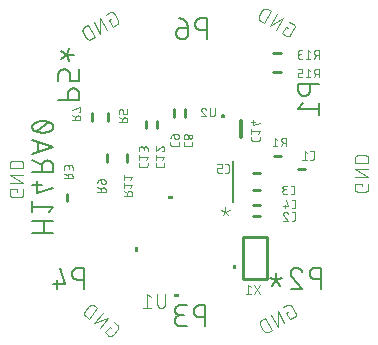
<source format=gbr>
G04 EAGLE Gerber RS-274X export*
G75*
%MOMM*%
%FSLAX34Y34*%
%LPD*%
%INSilkscreen Bottom*%
%IPPOS*%
%AMOC8*
5,1,8,0,0,1.08239X$1,22.5*%
G01*
%ADD10C,0.152400*%
%ADD11C,0.101600*%
%ADD12C,0.254000*%
%ADD13C,0.076200*%
%ADD14C,0.304800*%
%ADD15C,0.050800*%

G36*
X-13771Y128907D02*
X-13771Y128907D01*
X-13769Y128906D01*
X-13726Y128926D01*
X-13682Y128944D01*
X-13682Y128946D01*
X-13680Y128947D01*
X-13647Y129032D01*
X-13647Y131572D01*
X-13648Y131574D01*
X-13647Y131576D01*
X-13667Y131619D01*
X-13685Y131663D01*
X-13687Y131663D01*
X-13688Y131665D01*
X-13773Y131698D01*
X-17583Y131698D01*
X-17585Y131697D01*
X-17587Y131698D01*
X-17630Y131678D01*
X-17674Y131660D01*
X-17674Y131658D01*
X-17676Y131657D01*
X-17709Y131572D01*
X-17709Y129032D01*
X-17708Y129030D01*
X-17709Y129028D01*
X-17689Y128985D01*
X-17671Y128941D01*
X-17669Y128941D01*
X-17668Y128939D01*
X-17583Y128906D01*
X-13773Y128906D01*
X-13771Y128907D01*
G37*
G36*
X-43305Y84369D02*
X-43305Y84369D01*
X-43303Y84368D01*
X-43260Y84388D01*
X-43216Y84406D01*
X-43216Y84408D01*
X-43214Y84409D01*
X-43181Y84494D01*
X-43181Y88304D01*
X-43182Y88306D01*
X-43181Y88308D01*
X-43201Y88351D01*
X-43219Y88395D01*
X-43221Y88395D01*
X-43222Y88397D01*
X-43307Y88430D01*
X-45847Y88430D01*
X-45849Y88429D01*
X-45851Y88430D01*
X-45894Y88410D01*
X-45938Y88392D01*
X-45938Y88390D01*
X-45940Y88389D01*
X-45973Y88304D01*
X-45973Y84494D01*
X-45972Y84492D01*
X-45973Y84490D01*
X-45953Y84447D01*
X-45935Y84403D01*
X-45933Y84403D01*
X-45932Y84401D01*
X-45847Y84368D01*
X-43307Y84368D01*
X-43305Y84369D01*
G37*
G36*
X39499Y69366D02*
X39499Y69366D01*
X39501Y69365D01*
X39544Y69385D01*
X39588Y69403D01*
X39588Y69405D01*
X39590Y69406D01*
X39623Y69491D01*
X39623Y73301D01*
X39622Y73303D01*
X39623Y73305D01*
X39603Y73348D01*
X39585Y73392D01*
X39583Y73392D01*
X39582Y73394D01*
X39497Y73427D01*
X36957Y73427D01*
X36955Y73426D01*
X36953Y73427D01*
X36910Y73407D01*
X36866Y73389D01*
X36866Y73387D01*
X36864Y73386D01*
X36831Y73301D01*
X36831Y69491D01*
X36832Y69489D01*
X36831Y69487D01*
X36851Y69444D01*
X36869Y69400D01*
X36871Y69400D01*
X36872Y69398D01*
X36957Y69365D01*
X39497Y69365D01*
X39499Y69366D01*
G37*
G36*
X-8770Y46103D02*
X-8770Y46103D01*
X-8768Y46102D01*
X-8725Y46122D01*
X-8681Y46140D01*
X-8681Y46142D01*
X-8679Y46143D01*
X-8646Y46228D01*
X-8646Y48768D01*
X-8647Y48770D01*
X-8646Y48772D01*
X-8666Y48815D01*
X-8684Y48859D01*
X-8686Y48859D01*
X-8687Y48861D01*
X-8772Y48894D01*
X-12582Y48894D01*
X-12584Y48893D01*
X-12586Y48894D01*
X-12629Y48874D01*
X-12673Y48856D01*
X-12673Y48854D01*
X-12675Y48853D01*
X-12708Y48768D01*
X-12708Y46228D01*
X-12707Y46226D01*
X-12708Y46224D01*
X-12688Y46181D01*
X-12670Y46137D01*
X-12668Y46137D01*
X-12667Y46135D01*
X-12582Y46102D01*
X-8772Y46102D01*
X-8770Y46103D01*
G37*
D10*
X15113Y264287D02*
X15113Y282067D01*
X10174Y282067D01*
X10034Y282065D01*
X9895Y282059D01*
X9755Y282049D01*
X9616Y282035D01*
X9477Y282018D01*
X9339Y281996D01*
X9202Y281970D01*
X9065Y281941D01*
X8929Y281908D01*
X8795Y281871D01*
X8661Y281830D01*
X8529Y281785D01*
X8397Y281736D01*
X8268Y281684D01*
X8140Y281629D01*
X8013Y281569D01*
X7888Y281506D01*
X7765Y281440D01*
X7644Y281370D01*
X7525Y281297D01*
X7408Y281220D01*
X7294Y281140D01*
X7181Y281057D01*
X7071Y280971D01*
X6964Y280881D01*
X6859Y280789D01*
X6757Y280694D01*
X6657Y280596D01*
X6560Y280495D01*
X6466Y280391D01*
X6376Y280285D01*
X6288Y280176D01*
X6203Y280065D01*
X6122Y279951D01*
X6043Y279836D01*
X5968Y279718D01*
X5897Y279598D01*
X5829Y279475D01*
X5764Y279352D01*
X5703Y279226D01*
X5645Y279098D01*
X5591Y278970D01*
X5541Y278839D01*
X5494Y278707D01*
X5451Y278574D01*
X5412Y278440D01*
X5377Y278305D01*
X5346Y278169D01*
X5318Y278031D01*
X5295Y277894D01*
X5275Y277755D01*
X5259Y277616D01*
X5247Y277477D01*
X5239Y277338D01*
X5235Y277198D01*
X5235Y277058D01*
X5239Y276918D01*
X5247Y276779D01*
X5259Y276640D01*
X5275Y276501D01*
X5295Y276362D01*
X5318Y276225D01*
X5346Y276087D01*
X5377Y275951D01*
X5412Y275816D01*
X5451Y275682D01*
X5494Y275549D01*
X5541Y275417D01*
X5591Y275286D01*
X5645Y275158D01*
X5703Y275030D01*
X5764Y274904D01*
X5829Y274781D01*
X5897Y274659D01*
X5968Y274538D01*
X6043Y274420D01*
X6122Y274305D01*
X6203Y274191D01*
X6288Y274080D01*
X6376Y273971D01*
X6466Y273865D01*
X6560Y273761D01*
X6657Y273660D01*
X6757Y273562D01*
X6859Y273467D01*
X6964Y273375D01*
X7071Y273285D01*
X7181Y273199D01*
X7294Y273116D01*
X7408Y273036D01*
X7525Y272959D01*
X7644Y272886D01*
X7765Y272816D01*
X7888Y272750D01*
X8013Y272687D01*
X8140Y272627D01*
X8268Y272572D01*
X8397Y272520D01*
X8529Y272471D01*
X8661Y272426D01*
X8795Y272385D01*
X8929Y272348D01*
X9065Y272315D01*
X9202Y272286D01*
X9339Y272260D01*
X9477Y272238D01*
X9616Y272221D01*
X9755Y272207D01*
X9895Y272197D01*
X10034Y272191D01*
X10174Y272189D01*
X15113Y272189D01*
X-882Y274165D02*
X-6809Y274165D01*
X-6933Y274163D01*
X-7057Y274157D01*
X-7181Y274147D01*
X-7304Y274134D01*
X-7427Y274116D01*
X-7549Y274095D01*
X-7671Y274070D01*
X-7792Y274041D01*
X-7911Y274008D01*
X-8030Y273972D01*
X-8147Y273931D01*
X-8263Y273888D01*
X-8378Y273840D01*
X-8491Y273789D01*
X-8603Y273734D01*
X-8712Y273676D01*
X-8820Y273615D01*
X-8926Y273550D01*
X-9030Y273482D01*
X-9131Y273410D01*
X-9231Y273336D01*
X-9327Y273258D01*
X-9422Y273178D01*
X-9514Y273094D01*
X-9603Y273008D01*
X-9689Y272919D01*
X-9773Y272827D01*
X-9853Y272732D01*
X-9931Y272636D01*
X-10005Y272536D01*
X-10077Y272435D01*
X-10145Y272331D01*
X-10210Y272225D01*
X-10271Y272117D01*
X-10329Y272008D01*
X-10384Y271896D01*
X-10435Y271783D01*
X-10483Y271668D01*
X-10526Y271552D01*
X-10567Y271435D01*
X-10603Y271316D01*
X-10636Y271197D01*
X-10665Y271076D01*
X-10690Y270954D01*
X-10711Y270832D01*
X-10729Y270709D01*
X-10742Y270586D01*
X-10752Y270462D01*
X-10758Y270338D01*
X-10760Y270214D01*
X-10760Y269226D01*
X-10758Y269086D01*
X-10752Y268947D01*
X-10742Y268807D01*
X-10728Y268668D01*
X-10711Y268529D01*
X-10689Y268391D01*
X-10663Y268254D01*
X-10634Y268117D01*
X-10601Y267981D01*
X-10564Y267847D01*
X-10523Y267713D01*
X-10478Y267581D01*
X-10429Y267449D01*
X-10377Y267320D01*
X-10322Y267192D01*
X-10262Y267065D01*
X-10199Y266940D01*
X-10133Y266817D01*
X-10063Y266696D01*
X-9990Y266577D01*
X-9913Y266460D01*
X-9833Y266346D01*
X-9750Y266233D01*
X-9664Y266123D01*
X-9574Y266016D01*
X-9482Y265911D01*
X-9387Y265809D01*
X-9289Y265709D01*
X-9188Y265612D01*
X-9084Y265518D01*
X-8978Y265428D01*
X-8869Y265340D01*
X-8758Y265255D01*
X-8644Y265174D01*
X-8529Y265095D01*
X-8411Y265020D01*
X-8290Y264949D01*
X-8168Y264881D01*
X-8045Y264816D01*
X-7919Y264755D01*
X-7791Y264697D01*
X-7663Y264643D01*
X-7532Y264593D01*
X-7400Y264546D01*
X-7267Y264503D01*
X-7133Y264464D01*
X-6998Y264429D01*
X-6862Y264398D01*
X-6724Y264370D01*
X-6587Y264347D01*
X-6448Y264327D01*
X-6309Y264311D01*
X-6170Y264299D01*
X-6031Y264291D01*
X-5891Y264287D01*
X-5751Y264287D01*
X-5611Y264291D01*
X-5472Y264299D01*
X-5333Y264311D01*
X-5194Y264327D01*
X-5055Y264347D01*
X-4918Y264370D01*
X-4780Y264398D01*
X-4644Y264429D01*
X-4509Y264464D01*
X-4375Y264503D01*
X-4242Y264546D01*
X-4110Y264593D01*
X-3979Y264643D01*
X-3851Y264697D01*
X-3723Y264755D01*
X-3597Y264816D01*
X-3474Y264881D01*
X-3351Y264949D01*
X-3231Y265020D01*
X-3113Y265095D01*
X-2998Y265174D01*
X-2884Y265255D01*
X-2773Y265340D01*
X-2664Y265428D01*
X-2558Y265518D01*
X-2454Y265612D01*
X-2353Y265709D01*
X-2255Y265809D01*
X-2160Y265911D01*
X-2068Y266016D01*
X-1978Y266123D01*
X-1892Y266233D01*
X-1809Y266346D01*
X-1729Y266460D01*
X-1652Y266577D01*
X-1579Y266696D01*
X-1509Y266817D01*
X-1443Y266940D01*
X-1380Y267065D01*
X-1320Y267192D01*
X-1265Y267320D01*
X-1213Y267449D01*
X-1164Y267581D01*
X-1119Y267713D01*
X-1078Y267847D01*
X-1041Y267981D01*
X-1008Y268117D01*
X-979Y268254D01*
X-953Y268391D01*
X-931Y268529D01*
X-914Y268668D01*
X-900Y268807D01*
X-890Y268947D01*
X-884Y269086D01*
X-882Y269226D01*
X-882Y274165D01*
X-884Y274359D01*
X-892Y274553D01*
X-903Y274746D01*
X-920Y274940D01*
X-941Y275132D01*
X-968Y275324D01*
X-998Y275516D01*
X-1034Y275707D01*
X-1074Y275896D01*
X-1119Y276085D01*
X-1168Y276273D01*
X-1222Y276459D01*
X-1281Y276644D01*
X-1344Y276827D01*
X-1411Y277009D01*
X-1484Y277189D01*
X-1560Y277367D01*
X-1641Y277544D01*
X-1726Y277718D01*
X-1815Y277890D01*
X-1909Y278060D01*
X-2006Y278227D01*
X-2108Y278393D01*
X-2214Y278555D01*
X-2323Y278715D01*
X-2437Y278872D01*
X-2554Y279027D01*
X-2676Y279178D01*
X-2801Y279326D01*
X-2929Y279472D01*
X-3061Y279614D01*
X-3196Y279753D01*
X-3335Y279888D01*
X-3477Y280020D01*
X-3623Y280148D01*
X-3771Y280273D01*
X-3922Y280395D01*
X-4077Y280512D01*
X-4234Y280626D01*
X-4394Y280735D01*
X-4556Y280841D01*
X-4722Y280943D01*
X-4889Y281040D01*
X-5059Y281134D01*
X-5231Y281223D01*
X-5405Y281308D01*
X-5582Y281389D01*
X-5760Y281465D01*
X-5940Y281538D01*
X-6122Y281605D01*
X-6305Y281668D01*
X-6490Y281727D01*
X-6676Y281781D01*
X-6864Y281830D01*
X-7053Y281875D01*
X-7242Y281915D01*
X-7433Y281951D01*
X-7625Y281981D01*
X-7817Y282008D01*
X-8009Y282029D01*
X-8203Y282046D01*
X-8396Y282057D01*
X-8590Y282065D01*
X-8784Y282067D01*
X111951Y70930D02*
X111951Y53150D01*
X111951Y70930D02*
X107012Y70930D01*
X106872Y70928D01*
X106733Y70922D01*
X106593Y70912D01*
X106454Y70898D01*
X106315Y70881D01*
X106177Y70859D01*
X106040Y70833D01*
X105903Y70804D01*
X105767Y70771D01*
X105633Y70734D01*
X105499Y70693D01*
X105367Y70648D01*
X105235Y70599D01*
X105106Y70547D01*
X104978Y70492D01*
X104851Y70432D01*
X104726Y70369D01*
X104603Y70303D01*
X104482Y70233D01*
X104363Y70160D01*
X104246Y70083D01*
X104132Y70003D01*
X104019Y69920D01*
X103909Y69834D01*
X103802Y69744D01*
X103697Y69652D01*
X103595Y69557D01*
X103495Y69459D01*
X103398Y69358D01*
X103304Y69254D01*
X103214Y69148D01*
X103126Y69039D01*
X103041Y68928D01*
X102960Y68814D01*
X102881Y68699D01*
X102806Y68581D01*
X102735Y68460D01*
X102667Y68338D01*
X102602Y68215D01*
X102541Y68089D01*
X102483Y67961D01*
X102429Y67833D01*
X102379Y67702D01*
X102332Y67570D01*
X102289Y67437D01*
X102250Y67303D01*
X102215Y67168D01*
X102184Y67032D01*
X102156Y66894D01*
X102133Y66757D01*
X102113Y66618D01*
X102097Y66479D01*
X102085Y66340D01*
X102077Y66201D01*
X102073Y66061D01*
X102073Y65921D01*
X102077Y65781D01*
X102085Y65642D01*
X102097Y65503D01*
X102113Y65364D01*
X102133Y65225D01*
X102156Y65088D01*
X102184Y64950D01*
X102215Y64814D01*
X102250Y64679D01*
X102289Y64545D01*
X102332Y64412D01*
X102379Y64280D01*
X102429Y64149D01*
X102483Y64021D01*
X102541Y63893D01*
X102602Y63767D01*
X102667Y63644D01*
X102735Y63521D01*
X102806Y63401D01*
X102881Y63283D01*
X102960Y63168D01*
X103041Y63054D01*
X103126Y62943D01*
X103214Y62834D01*
X103304Y62728D01*
X103398Y62624D01*
X103495Y62523D01*
X103595Y62425D01*
X103697Y62330D01*
X103802Y62238D01*
X103909Y62148D01*
X104019Y62062D01*
X104132Y61979D01*
X104246Y61899D01*
X104363Y61822D01*
X104482Y61749D01*
X104603Y61679D01*
X104726Y61613D01*
X104851Y61550D01*
X104978Y61490D01*
X105106Y61435D01*
X105235Y61383D01*
X105367Y61334D01*
X105499Y61289D01*
X105633Y61248D01*
X105767Y61211D01*
X105903Y61178D01*
X106040Y61149D01*
X106177Y61123D01*
X106315Y61101D01*
X106454Y61084D01*
X106593Y61070D01*
X106733Y61060D01*
X106872Y61054D01*
X107012Y61052D01*
X111951Y61052D01*
X90523Y70930D02*
X90391Y70928D01*
X90260Y70922D01*
X90128Y70912D01*
X89997Y70899D01*
X89867Y70881D01*
X89737Y70860D01*
X89607Y70835D01*
X89479Y70806D01*
X89351Y70773D01*
X89225Y70736D01*
X89099Y70696D01*
X88975Y70652D01*
X88852Y70604D01*
X88731Y70553D01*
X88611Y70498D01*
X88493Y70440D01*
X88377Y70378D01*
X88263Y70312D01*
X88150Y70244D01*
X88040Y70172D01*
X87932Y70097D01*
X87826Y70018D01*
X87722Y69937D01*
X87621Y69852D01*
X87523Y69765D01*
X87427Y69674D01*
X87334Y69581D01*
X87243Y69485D01*
X87156Y69387D01*
X87071Y69286D01*
X86990Y69182D01*
X86911Y69076D01*
X86836Y68968D01*
X86764Y68858D01*
X86696Y68745D01*
X86630Y68631D01*
X86568Y68515D01*
X86510Y68397D01*
X86455Y68277D01*
X86404Y68156D01*
X86356Y68033D01*
X86312Y67909D01*
X86272Y67783D01*
X86235Y67657D01*
X86202Y67529D01*
X86173Y67401D01*
X86148Y67271D01*
X86127Y67141D01*
X86109Y67011D01*
X86096Y66880D01*
X86086Y66748D01*
X86080Y66617D01*
X86078Y66485D01*
X90523Y70930D02*
X90673Y70928D01*
X90822Y70922D01*
X90971Y70912D01*
X91120Y70899D01*
X91269Y70881D01*
X91417Y70860D01*
X91565Y70834D01*
X91711Y70805D01*
X91857Y70772D01*
X92002Y70735D01*
X92146Y70694D01*
X92289Y70650D01*
X92431Y70602D01*
X92571Y70550D01*
X92710Y70495D01*
X92848Y70436D01*
X92983Y70373D01*
X93118Y70307D01*
X93250Y70237D01*
X93380Y70164D01*
X93509Y70087D01*
X93636Y70007D01*
X93760Y69924D01*
X93882Y69838D01*
X94002Y69748D01*
X94119Y69655D01*
X94234Y69560D01*
X94347Y69461D01*
X94457Y69359D01*
X94564Y69255D01*
X94668Y69148D01*
X94770Y69038D01*
X94868Y68925D01*
X94964Y68810D01*
X95056Y68692D01*
X95146Y68572D01*
X95232Y68450D01*
X95315Y68326D01*
X95395Y68199D01*
X95471Y68071D01*
X95544Y67940D01*
X95614Y67807D01*
X95680Y67673D01*
X95742Y67537D01*
X95801Y67400D01*
X95857Y67261D01*
X95908Y67120D01*
X95956Y66979D01*
X87560Y63028D02*
X87464Y63121D01*
X87372Y63217D01*
X87282Y63316D01*
X87195Y63417D01*
X87111Y63520D01*
X87029Y63625D01*
X86951Y63733D01*
X86876Y63843D01*
X86803Y63955D01*
X86734Y64069D01*
X86668Y64185D01*
X86606Y64303D01*
X86547Y64422D01*
X86491Y64543D01*
X86438Y64666D01*
X86389Y64790D01*
X86344Y64915D01*
X86301Y65042D01*
X86263Y65169D01*
X86228Y65298D01*
X86197Y65427D01*
X86169Y65558D01*
X86145Y65689D01*
X86124Y65821D01*
X86108Y65953D01*
X86095Y66086D01*
X86085Y66219D01*
X86080Y66352D01*
X86078Y66485D01*
X87559Y63027D02*
X95955Y53150D01*
X86078Y53150D01*
X73708Y60064D02*
X73708Y65991D01*
X73708Y60064D02*
X70251Y55619D01*
X73708Y60064D02*
X77165Y55619D01*
X73708Y60064D02*
X68275Y62040D01*
X73708Y60064D02*
X79141Y62040D01*
X-92837Y212738D02*
X-110617Y212738D01*
X-92837Y212738D02*
X-92837Y217676D01*
X-92839Y217816D01*
X-92845Y217955D01*
X-92855Y218095D01*
X-92869Y218234D01*
X-92886Y218373D01*
X-92908Y218511D01*
X-92934Y218648D01*
X-92963Y218785D01*
X-92996Y218921D01*
X-93033Y219055D01*
X-93074Y219189D01*
X-93119Y219321D01*
X-93168Y219453D01*
X-93220Y219582D01*
X-93275Y219710D01*
X-93335Y219837D01*
X-93398Y219962D01*
X-93464Y220085D01*
X-93534Y220206D01*
X-93607Y220325D01*
X-93684Y220442D01*
X-93764Y220556D01*
X-93847Y220669D01*
X-93933Y220779D01*
X-94023Y220886D01*
X-94115Y220991D01*
X-94210Y221093D01*
X-94308Y221193D01*
X-94409Y221290D01*
X-94513Y221384D01*
X-94619Y221474D01*
X-94728Y221562D01*
X-94839Y221647D01*
X-94953Y221728D01*
X-95068Y221807D01*
X-95186Y221882D01*
X-95307Y221953D01*
X-95429Y222021D01*
X-95552Y222086D01*
X-95678Y222147D01*
X-95806Y222205D01*
X-95934Y222259D01*
X-96065Y222309D01*
X-96197Y222356D01*
X-96330Y222399D01*
X-96464Y222438D01*
X-96599Y222473D01*
X-96735Y222504D01*
X-96873Y222532D01*
X-97010Y222555D01*
X-97149Y222575D01*
X-97288Y222591D01*
X-97427Y222603D01*
X-97566Y222611D01*
X-97706Y222615D01*
X-97846Y222615D01*
X-97986Y222611D01*
X-98125Y222603D01*
X-98264Y222591D01*
X-98403Y222575D01*
X-98542Y222555D01*
X-98679Y222532D01*
X-98817Y222504D01*
X-98953Y222473D01*
X-99088Y222438D01*
X-99222Y222399D01*
X-99355Y222356D01*
X-99487Y222309D01*
X-99618Y222259D01*
X-99746Y222205D01*
X-99874Y222147D01*
X-100000Y222086D01*
X-100123Y222021D01*
X-100246Y221953D01*
X-100366Y221882D01*
X-100484Y221807D01*
X-100599Y221728D01*
X-100713Y221647D01*
X-100824Y221562D01*
X-100933Y221474D01*
X-101039Y221384D01*
X-101143Y221290D01*
X-101244Y221193D01*
X-101342Y221093D01*
X-101437Y220991D01*
X-101529Y220886D01*
X-101619Y220779D01*
X-101705Y220669D01*
X-101788Y220556D01*
X-101868Y220442D01*
X-101945Y220325D01*
X-102018Y220206D01*
X-102088Y220085D01*
X-102154Y219962D01*
X-102217Y219837D01*
X-102277Y219710D01*
X-102332Y219582D01*
X-102384Y219453D01*
X-102433Y219321D01*
X-102478Y219189D01*
X-102519Y219055D01*
X-102556Y218921D01*
X-102589Y218785D01*
X-102618Y218648D01*
X-102644Y218511D01*
X-102666Y218373D01*
X-102683Y218234D01*
X-102697Y218095D01*
X-102707Y217955D01*
X-102713Y217816D01*
X-102715Y217676D01*
X-102715Y212738D01*
X-110617Y228733D02*
X-110617Y234659D01*
X-110615Y234783D01*
X-110609Y234907D01*
X-110599Y235031D01*
X-110586Y235154D01*
X-110568Y235277D01*
X-110547Y235399D01*
X-110522Y235521D01*
X-110493Y235642D01*
X-110460Y235761D01*
X-110424Y235880D01*
X-110383Y235997D01*
X-110340Y236113D01*
X-110292Y236228D01*
X-110241Y236341D01*
X-110186Y236453D01*
X-110128Y236562D01*
X-110067Y236670D01*
X-110002Y236776D01*
X-109934Y236880D01*
X-109862Y236981D01*
X-109788Y237081D01*
X-109710Y237177D01*
X-109630Y237272D01*
X-109546Y237364D01*
X-109460Y237453D01*
X-109371Y237539D01*
X-109279Y237623D01*
X-109184Y237703D01*
X-109088Y237781D01*
X-108988Y237855D01*
X-108887Y237927D01*
X-108783Y237995D01*
X-108677Y238060D01*
X-108569Y238121D01*
X-108460Y238179D01*
X-108348Y238234D01*
X-108235Y238285D01*
X-108120Y238333D01*
X-108004Y238376D01*
X-107887Y238417D01*
X-107768Y238453D01*
X-107649Y238486D01*
X-107528Y238515D01*
X-107406Y238540D01*
X-107284Y238561D01*
X-107161Y238579D01*
X-107038Y238592D01*
X-106914Y238602D01*
X-106790Y238608D01*
X-106666Y238610D01*
X-104690Y238610D01*
X-104566Y238608D01*
X-104442Y238602D01*
X-104318Y238592D01*
X-104195Y238579D01*
X-104072Y238561D01*
X-103950Y238540D01*
X-103828Y238515D01*
X-103707Y238486D01*
X-103588Y238453D01*
X-103469Y238417D01*
X-103352Y238376D01*
X-103236Y238333D01*
X-103121Y238285D01*
X-103008Y238234D01*
X-102896Y238179D01*
X-102787Y238121D01*
X-102679Y238060D01*
X-102573Y237995D01*
X-102469Y237927D01*
X-102368Y237855D01*
X-102268Y237781D01*
X-102172Y237703D01*
X-102077Y237623D01*
X-101985Y237539D01*
X-101896Y237453D01*
X-101810Y237364D01*
X-101726Y237272D01*
X-101646Y237177D01*
X-101568Y237081D01*
X-101494Y236981D01*
X-101422Y236880D01*
X-101354Y236776D01*
X-101289Y236670D01*
X-101228Y236562D01*
X-101170Y236453D01*
X-101115Y236341D01*
X-101064Y236228D01*
X-101016Y236113D01*
X-100973Y235997D01*
X-100932Y235880D01*
X-100896Y235761D01*
X-100863Y235642D01*
X-100834Y235521D01*
X-100809Y235399D01*
X-100788Y235277D01*
X-100770Y235154D01*
X-100757Y235031D01*
X-100747Y234907D01*
X-100741Y234783D01*
X-100739Y234659D01*
X-100739Y228733D01*
X-92837Y228733D01*
X-92837Y238610D01*
X-97776Y250980D02*
X-103703Y250980D01*
X-108148Y254437D01*
X-103703Y250980D02*
X-108148Y247523D01*
X-103703Y250980D02*
X-101727Y256413D01*
X-103703Y250980D02*
X-101727Y245547D01*
X-89253Y70676D02*
X-89253Y52896D01*
X-89253Y70676D02*
X-94192Y70676D01*
X-94332Y70674D01*
X-94471Y70668D01*
X-94611Y70658D01*
X-94750Y70644D01*
X-94889Y70627D01*
X-95027Y70605D01*
X-95164Y70579D01*
X-95301Y70550D01*
X-95437Y70517D01*
X-95571Y70480D01*
X-95705Y70439D01*
X-95837Y70394D01*
X-95969Y70345D01*
X-96098Y70293D01*
X-96226Y70238D01*
X-96353Y70178D01*
X-96478Y70115D01*
X-96601Y70049D01*
X-96722Y69979D01*
X-96841Y69906D01*
X-96958Y69829D01*
X-97072Y69749D01*
X-97185Y69666D01*
X-97295Y69580D01*
X-97402Y69490D01*
X-97507Y69398D01*
X-97609Y69303D01*
X-97709Y69205D01*
X-97806Y69104D01*
X-97900Y69000D01*
X-97990Y68894D01*
X-98078Y68785D01*
X-98163Y68674D01*
X-98244Y68560D01*
X-98323Y68445D01*
X-98398Y68327D01*
X-98469Y68206D01*
X-98537Y68084D01*
X-98602Y67961D01*
X-98663Y67835D01*
X-98721Y67707D01*
X-98775Y67579D01*
X-98825Y67448D01*
X-98872Y67316D01*
X-98915Y67183D01*
X-98954Y67049D01*
X-98989Y66914D01*
X-99020Y66778D01*
X-99048Y66640D01*
X-99071Y66503D01*
X-99091Y66364D01*
X-99107Y66225D01*
X-99119Y66086D01*
X-99127Y65947D01*
X-99131Y65807D01*
X-99131Y65667D01*
X-99127Y65527D01*
X-99119Y65388D01*
X-99107Y65249D01*
X-99091Y65110D01*
X-99071Y64971D01*
X-99048Y64834D01*
X-99020Y64696D01*
X-98989Y64560D01*
X-98954Y64425D01*
X-98915Y64291D01*
X-98872Y64158D01*
X-98825Y64026D01*
X-98775Y63895D01*
X-98721Y63767D01*
X-98663Y63639D01*
X-98602Y63513D01*
X-98537Y63390D01*
X-98469Y63267D01*
X-98398Y63147D01*
X-98323Y63029D01*
X-98244Y62914D01*
X-98163Y62800D01*
X-98078Y62689D01*
X-97990Y62580D01*
X-97900Y62474D01*
X-97806Y62370D01*
X-97709Y62269D01*
X-97609Y62171D01*
X-97507Y62076D01*
X-97402Y61984D01*
X-97295Y61894D01*
X-97185Y61808D01*
X-97072Y61725D01*
X-96958Y61645D01*
X-96841Y61568D01*
X-96722Y61495D01*
X-96601Y61425D01*
X-96478Y61359D01*
X-96353Y61296D01*
X-96226Y61236D01*
X-96098Y61181D01*
X-95969Y61129D01*
X-95837Y61080D01*
X-95705Y61035D01*
X-95571Y60994D01*
X-95437Y60957D01*
X-95301Y60924D01*
X-95164Y60895D01*
X-95027Y60869D01*
X-94889Y60847D01*
X-94750Y60830D01*
X-94611Y60816D01*
X-94471Y60806D01*
X-94332Y60800D01*
X-94192Y60798D01*
X-89253Y60798D01*
X-105248Y56847D02*
X-109199Y70676D01*
X-105248Y56847D02*
X-115126Y56847D01*
X-112162Y60798D02*
X-112162Y52896D01*
X13935Y38926D02*
X13935Y21146D01*
X13935Y38926D02*
X8996Y38926D01*
X8856Y38924D01*
X8717Y38918D01*
X8577Y38908D01*
X8438Y38894D01*
X8299Y38877D01*
X8161Y38855D01*
X8024Y38829D01*
X7887Y38800D01*
X7751Y38767D01*
X7617Y38730D01*
X7483Y38689D01*
X7351Y38644D01*
X7219Y38595D01*
X7090Y38543D01*
X6962Y38488D01*
X6835Y38428D01*
X6710Y38365D01*
X6587Y38299D01*
X6466Y38229D01*
X6347Y38156D01*
X6230Y38079D01*
X6116Y37999D01*
X6003Y37916D01*
X5893Y37830D01*
X5786Y37740D01*
X5681Y37648D01*
X5579Y37553D01*
X5479Y37455D01*
X5382Y37354D01*
X5288Y37250D01*
X5198Y37144D01*
X5110Y37035D01*
X5025Y36924D01*
X4944Y36810D01*
X4865Y36695D01*
X4790Y36577D01*
X4719Y36456D01*
X4651Y36334D01*
X4586Y36211D01*
X4525Y36085D01*
X4467Y35957D01*
X4413Y35829D01*
X4363Y35698D01*
X4316Y35566D01*
X4273Y35433D01*
X4234Y35299D01*
X4199Y35164D01*
X4168Y35028D01*
X4140Y34890D01*
X4117Y34753D01*
X4097Y34614D01*
X4081Y34475D01*
X4069Y34336D01*
X4061Y34197D01*
X4057Y34057D01*
X4057Y33917D01*
X4061Y33777D01*
X4069Y33638D01*
X4081Y33499D01*
X4097Y33360D01*
X4117Y33221D01*
X4140Y33084D01*
X4168Y32946D01*
X4199Y32810D01*
X4234Y32675D01*
X4273Y32541D01*
X4316Y32408D01*
X4363Y32276D01*
X4413Y32145D01*
X4467Y32017D01*
X4525Y31889D01*
X4586Y31763D01*
X4651Y31640D01*
X4719Y31517D01*
X4790Y31397D01*
X4865Y31279D01*
X4944Y31164D01*
X5025Y31050D01*
X5110Y30939D01*
X5198Y30830D01*
X5288Y30724D01*
X5382Y30620D01*
X5479Y30519D01*
X5579Y30421D01*
X5681Y30326D01*
X5786Y30234D01*
X5893Y30144D01*
X6003Y30058D01*
X6116Y29975D01*
X6230Y29895D01*
X6347Y29818D01*
X6466Y29745D01*
X6587Y29675D01*
X6710Y29609D01*
X6835Y29546D01*
X6962Y29486D01*
X7090Y29431D01*
X7219Y29379D01*
X7351Y29330D01*
X7483Y29285D01*
X7617Y29244D01*
X7751Y29207D01*
X7887Y29174D01*
X8024Y29145D01*
X8161Y29119D01*
X8299Y29097D01*
X8438Y29080D01*
X8577Y29066D01*
X8717Y29056D01*
X8856Y29050D01*
X8996Y29048D01*
X13935Y29048D01*
X-2060Y21146D02*
X-6999Y21146D01*
X-6999Y21145D02*
X-7139Y21147D01*
X-7278Y21153D01*
X-7418Y21163D01*
X-7557Y21177D01*
X-7696Y21194D01*
X-7834Y21216D01*
X-7971Y21242D01*
X-8108Y21271D01*
X-8244Y21304D01*
X-8378Y21341D01*
X-8512Y21382D01*
X-8644Y21427D01*
X-8776Y21476D01*
X-8905Y21528D01*
X-9033Y21583D01*
X-9160Y21643D01*
X-9285Y21706D01*
X-9408Y21772D01*
X-9529Y21842D01*
X-9648Y21915D01*
X-9765Y21992D01*
X-9879Y22072D01*
X-9992Y22155D01*
X-10102Y22241D01*
X-10209Y22331D01*
X-10314Y22423D01*
X-10416Y22518D01*
X-10516Y22616D01*
X-10613Y22717D01*
X-10707Y22821D01*
X-10797Y22927D01*
X-10885Y23036D01*
X-10970Y23147D01*
X-11051Y23261D01*
X-11130Y23376D01*
X-11205Y23494D01*
X-11276Y23614D01*
X-11344Y23737D01*
X-11409Y23860D01*
X-11470Y23986D01*
X-11528Y24114D01*
X-11582Y24242D01*
X-11632Y24373D01*
X-11679Y24505D01*
X-11722Y24638D01*
X-11761Y24772D01*
X-11796Y24907D01*
X-11827Y25043D01*
X-11855Y25181D01*
X-11878Y25318D01*
X-11898Y25457D01*
X-11914Y25596D01*
X-11926Y25735D01*
X-11934Y25874D01*
X-11938Y26014D01*
X-11938Y26154D01*
X-11934Y26294D01*
X-11926Y26433D01*
X-11914Y26572D01*
X-11898Y26711D01*
X-11878Y26850D01*
X-11855Y26987D01*
X-11827Y27125D01*
X-11796Y27261D01*
X-11761Y27396D01*
X-11722Y27530D01*
X-11679Y27663D01*
X-11632Y27795D01*
X-11582Y27926D01*
X-11528Y28054D01*
X-11470Y28182D01*
X-11409Y28308D01*
X-11344Y28431D01*
X-11276Y28553D01*
X-11205Y28674D01*
X-11130Y28792D01*
X-11051Y28907D01*
X-10970Y29021D01*
X-10885Y29132D01*
X-10797Y29241D01*
X-10707Y29347D01*
X-10613Y29451D01*
X-10516Y29552D01*
X-10416Y29650D01*
X-10314Y29745D01*
X-10209Y29837D01*
X-10102Y29927D01*
X-9992Y30013D01*
X-9879Y30096D01*
X-9765Y30176D01*
X-9648Y30253D01*
X-9529Y30326D01*
X-9408Y30396D01*
X-9285Y30462D01*
X-9160Y30525D01*
X-9033Y30585D01*
X-8905Y30640D01*
X-8776Y30692D01*
X-8644Y30741D01*
X-8512Y30786D01*
X-8378Y30827D01*
X-8244Y30864D01*
X-8108Y30897D01*
X-7971Y30926D01*
X-7834Y30952D01*
X-7696Y30974D01*
X-7557Y30991D01*
X-7418Y31005D01*
X-7278Y31015D01*
X-7139Y31021D01*
X-6999Y31023D01*
X-7987Y38926D02*
X-2060Y38926D01*
X-7987Y38925D02*
X-8111Y38923D01*
X-8235Y38917D01*
X-8359Y38907D01*
X-8482Y38894D01*
X-8605Y38876D01*
X-8727Y38855D01*
X-8849Y38830D01*
X-8970Y38801D01*
X-9089Y38768D01*
X-9208Y38732D01*
X-9325Y38691D01*
X-9441Y38648D01*
X-9556Y38600D01*
X-9669Y38549D01*
X-9781Y38494D01*
X-9890Y38436D01*
X-9998Y38375D01*
X-10104Y38310D01*
X-10208Y38242D01*
X-10309Y38170D01*
X-10409Y38096D01*
X-10505Y38018D01*
X-10600Y37938D01*
X-10692Y37854D01*
X-10781Y37768D01*
X-10867Y37679D01*
X-10951Y37587D01*
X-11031Y37492D01*
X-11109Y37396D01*
X-11183Y37296D01*
X-11255Y37195D01*
X-11323Y37091D01*
X-11388Y36985D01*
X-11449Y36877D01*
X-11507Y36768D01*
X-11562Y36656D01*
X-11613Y36543D01*
X-11661Y36428D01*
X-11704Y36312D01*
X-11745Y36195D01*
X-11781Y36076D01*
X-11814Y35957D01*
X-11843Y35836D01*
X-11868Y35714D01*
X-11889Y35592D01*
X-11907Y35469D01*
X-11920Y35346D01*
X-11930Y35222D01*
X-11936Y35098D01*
X-11938Y34974D01*
X-11936Y34850D01*
X-11930Y34726D01*
X-11920Y34602D01*
X-11907Y34479D01*
X-11889Y34356D01*
X-11868Y34234D01*
X-11843Y34112D01*
X-11814Y33991D01*
X-11781Y33872D01*
X-11745Y33753D01*
X-11704Y33636D01*
X-11661Y33520D01*
X-11613Y33405D01*
X-11562Y33292D01*
X-11507Y33180D01*
X-11449Y33071D01*
X-11388Y32963D01*
X-11323Y32857D01*
X-11255Y32753D01*
X-11183Y32652D01*
X-11109Y32552D01*
X-11031Y32456D01*
X-10951Y32361D01*
X-10867Y32269D01*
X-10781Y32180D01*
X-10692Y32094D01*
X-10600Y32010D01*
X-10505Y31930D01*
X-10409Y31852D01*
X-10309Y31778D01*
X-10208Y31706D01*
X-10104Y31638D01*
X-9998Y31573D01*
X-9890Y31512D01*
X-9781Y31454D01*
X-9669Y31399D01*
X-9556Y31348D01*
X-9441Y31300D01*
X-9325Y31257D01*
X-9208Y31216D01*
X-9089Y31180D01*
X-8970Y31147D01*
X-8849Y31118D01*
X-8727Y31093D01*
X-8605Y31072D01*
X-8482Y31054D01*
X-8359Y31041D01*
X-8235Y31031D01*
X-8111Y31025D01*
X-7987Y31023D01*
X-4036Y31023D01*
X-114935Y100264D02*
X-132715Y100264D01*
X-122837Y100264D02*
X-122837Y110142D01*
X-114935Y110142D02*
X-132715Y110142D01*
X-118886Y117573D02*
X-114935Y122512D01*
X-132715Y122512D01*
X-132715Y117573D02*
X-132715Y127451D01*
X-128764Y134323D02*
X-114935Y138275D01*
X-128764Y134323D02*
X-128764Y144201D01*
X-124813Y141238D02*
X-132715Y141238D01*
X-132715Y151718D02*
X-114935Y151718D01*
X-114935Y156657D01*
X-114937Y156797D01*
X-114943Y156936D01*
X-114953Y157076D01*
X-114967Y157215D01*
X-114984Y157354D01*
X-115006Y157492D01*
X-115032Y157629D01*
X-115061Y157766D01*
X-115094Y157902D01*
X-115131Y158036D01*
X-115172Y158170D01*
X-115217Y158302D01*
X-115266Y158434D01*
X-115318Y158563D01*
X-115373Y158691D01*
X-115433Y158818D01*
X-115496Y158943D01*
X-115562Y159066D01*
X-115632Y159187D01*
X-115705Y159306D01*
X-115782Y159423D01*
X-115862Y159537D01*
X-115945Y159650D01*
X-116031Y159760D01*
X-116121Y159867D01*
X-116213Y159972D01*
X-116308Y160074D01*
X-116406Y160174D01*
X-116507Y160271D01*
X-116611Y160365D01*
X-116717Y160455D01*
X-116826Y160543D01*
X-116937Y160628D01*
X-117051Y160709D01*
X-117166Y160788D01*
X-117284Y160863D01*
X-117405Y160934D01*
X-117527Y161002D01*
X-117650Y161067D01*
X-117776Y161128D01*
X-117904Y161186D01*
X-118032Y161240D01*
X-118163Y161290D01*
X-118295Y161337D01*
X-118428Y161380D01*
X-118562Y161419D01*
X-118697Y161454D01*
X-118833Y161485D01*
X-118971Y161513D01*
X-119108Y161536D01*
X-119247Y161556D01*
X-119386Y161572D01*
X-119525Y161584D01*
X-119664Y161592D01*
X-119804Y161596D01*
X-119944Y161596D01*
X-120084Y161592D01*
X-120223Y161584D01*
X-120362Y161572D01*
X-120501Y161556D01*
X-120640Y161536D01*
X-120777Y161513D01*
X-120915Y161485D01*
X-121051Y161454D01*
X-121186Y161419D01*
X-121320Y161380D01*
X-121453Y161337D01*
X-121585Y161290D01*
X-121716Y161240D01*
X-121844Y161186D01*
X-121972Y161128D01*
X-122098Y161067D01*
X-122221Y161002D01*
X-122344Y160934D01*
X-122464Y160863D01*
X-122582Y160788D01*
X-122697Y160709D01*
X-122811Y160628D01*
X-122922Y160543D01*
X-123031Y160455D01*
X-123137Y160365D01*
X-123241Y160271D01*
X-123342Y160174D01*
X-123440Y160074D01*
X-123535Y159972D01*
X-123627Y159867D01*
X-123717Y159760D01*
X-123803Y159650D01*
X-123886Y159537D01*
X-123966Y159423D01*
X-124043Y159306D01*
X-124116Y159187D01*
X-124186Y159066D01*
X-124252Y158943D01*
X-124315Y158818D01*
X-124375Y158691D01*
X-124430Y158563D01*
X-124482Y158434D01*
X-124531Y158302D01*
X-124576Y158170D01*
X-124617Y158036D01*
X-124654Y157902D01*
X-124687Y157766D01*
X-124716Y157629D01*
X-124742Y157492D01*
X-124764Y157354D01*
X-124781Y157215D01*
X-124795Y157076D01*
X-124805Y156936D01*
X-124811Y156797D01*
X-124813Y156657D01*
X-124813Y151718D01*
X-124813Y157644D02*
X-132715Y161595D01*
X-132715Y167395D02*
X-114935Y173322D01*
X-132715Y179248D01*
X-128270Y177767D02*
X-128270Y168877D01*
X-123825Y185133D02*
X-123475Y185137D01*
X-123126Y185150D01*
X-122777Y185171D01*
X-122428Y185200D01*
X-122080Y185237D01*
X-121733Y185283D01*
X-121388Y185337D01*
X-121044Y185399D01*
X-120701Y185470D01*
X-120360Y185549D01*
X-120021Y185635D01*
X-119685Y185730D01*
X-119350Y185833D01*
X-119019Y185944D01*
X-118690Y186062D01*
X-118363Y186189D01*
X-118040Y186323D01*
X-117721Y186465D01*
X-117404Y186615D01*
X-117405Y186615D02*
X-117292Y186655D01*
X-117182Y186699D01*
X-117072Y186747D01*
X-116965Y186798D01*
X-116859Y186853D01*
X-116754Y186911D01*
X-116652Y186973D01*
X-116552Y187038D01*
X-116454Y187106D01*
X-116358Y187177D01*
X-116265Y187252D01*
X-116174Y187329D01*
X-116086Y187409D01*
X-116001Y187492D01*
X-115918Y187578D01*
X-115838Y187667D01*
X-115761Y187758D01*
X-115687Y187852D01*
X-115616Y187948D01*
X-115548Y188046D01*
X-115484Y188146D01*
X-115422Y188249D01*
X-115365Y188353D01*
X-115310Y188459D01*
X-115259Y188567D01*
X-115212Y188677D01*
X-115168Y188788D01*
X-115128Y188900D01*
X-115092Y189014D01*
X-115059Y189128D01*
X-115030Y189244D01*
X-115005Y189361D01*
X-114984Y189478D01*
X-114966Y189596D01*
X-114953Y189715D01*
X-114943Y189834D01*
X-114937Y189953D01*
X-114935Y190072D01*
X-114937Y190191D01*
X-114943Y190310D01*
X-114953Y190429D01*
X-114966Y190548D01*
X-114984Y190666D01*
X-115005Y190783D01*
X-115030Y190900D01*
X-115059Y191016D01*
X-115092Y191130D01*
X-115128Y191244D01*
X-115168Y191356D01*
X-115212Y191467D01*
X-115259Y191577D01*
X-115310Y191685D01*
X-115365Y191791D01*
X-115422Y191895D01*
X-115484Y191998D01*
X-115548Y192098D01*
X-115616Y192196D01*
X-115687Y192292D01*
X-115761Y192386D01*
X-115838Y192477D01*
X-115918Y192566D01*
X-116001Y192652D01*
X-116086Y192735D01*
X-116174Y192815D01*
X-116265Y192892D01*
X-116359Y192967D01*
X-116454Y193038D01*
X-116552Y193106D01*
X-116652Y193171D01*
X-116754Y193233D01*
X-116859Y193291D01*
X-116965Y193346D01*
X-117072Y193397D01*
X-117182Y193445D01*
X-117292Y193489D01*
X-117405Y193529D01*
X-117721Y193679D01*
X-118040Y193821D01*
X-118363Y193955D01*
X-118690Y194082D01*
X-119019Y194200D01*
X-119350Y194311D01*
X-119685Y194414D01*
X-120021Y194509D01*
X-120360Y194595D01*
X-120701Y194674D01*
X-121044Y194745D01*
X-121388Y194807D01*
X-121733Y194861D01*
X-122080Y194907D01*
X-122428Y194944D01*
X-122777Y194973D01*
X-123126Y194994D01*
X-123475Y195007D01*
X-123825Y195011D01*
X-123825Y185133D02*
X-124175Y185137D01*
X-124524Y185150D01*
X-124873Y185171D01*
X-125222Y185200D01*
X-125570Y185237D01*
X-125917Y185283D01*
X-126262Y185337D01*
X-126606Y185399D01*
X-126949Y185470D01*
X-127290Y185549D01*
X-127629Y185635D01*
X-127965Y185730D01*
X-128300Y185833D01*
X-128631Y185944D01*
X-128960Y186062D01*
X-129287Y186189D01*
X-129610Y186323D01*
X-129929Y186465D01*
X-130245Y186615D01*
X-130358Y186655D01*
X-130468Y186699D01*
X-130578Y186747D01*
X-130686Y186798D01*
X-130792Y186853D01*
X-130896Y186911D01*
X-130998Y186973D01*
X-131098Y187038D01*
X-131196Y187106D01*
X-131292Y187177D01*
X-131385Y187252D01*
X-131476Y187329D01*
X-131564Y187409D01*
X-131649Y187493D01*
X-131732Y187578D01*
X-131812Y187667D01*
X-131889Y187758D01*
X-131963Y187852D01*
X-132034Y187948D01*
X-132102Y188046D01*
X-132166Y188146D01*
X-132228Y188249D01*
X-132286Y188353D01*
X-132340Y188459D01*
X-132391Y188567D01*
X-132438Y188677D01*
X-132482Y188788D01*
X-132522Y188900D01*
X-132558Y189014D01*
X-132591Y189128D01*
X-132620Y189244D01*
X-132645Y189361D01*
X-132666Y189478D01*
X-132684Y189596D01*
X-132697Y189715D01*
X-132707Y189834D01*
X-132713Y189953D01*
X-132715Y190072D01*
X-130245Y193529D02*
X-129929Y193679D01*
X-129610Y193821D01*
X-129287Y193955D01*
X-128960Y194082D01*
X-128631Y194200D01*
X-128300Y194311D01*
X-127965Y194414D01*
X-127629Y194509D01*
X-127290Y194595D01*
X-126949Y194674D01*
X-126606Y194745D01*
X-126262Y194807D01*
X-125917Y194861D01*
X-125570Y194907D01*
X-125222Y194944D01*
X-124873Y194973D01*
X-124524Y194994D01*
X-124175Y195007D01*
X-123825Y195011D01*
X-130245Y193529D02*
X-130358Y193489D01*
X-130468Y193445D01*
X-130578Y193397D01*
X-130685Y193346D01*
X-130791Y193291D01*
X-130896Y193233D01*
X-130998Y193171D01*
X-131098Y193106D01*
X-131196Y193038D01*
X-131292Y192967D01*
X-131385Y192892D01*
X-131476Y192815D01*
X-131564Y192735D01*
X-131649Y192652D01*
X-131732Y192566D01*
X-131812Y192477D01*
X-131889Y192386D01*
X-131963Y192292D01*
X-132034Y192196D01*
X-132102Y192098D01*
X-132166Y191998D01*
X-132228Y191895D01*
X-132285Y191791D01*
X-132340Y191685D01*
X-132391Y191577D01*
X-132438Y191467D01*
X-132482Y191356D01*
X-132522Y191244D01*
X-132558Y191130D01*
X-132591Y191016D01*
X-132620Y190900D01*
X-132645Y190783D01*
X-132666Y190666D01*
X-132684Y190548D01*
X-132697Y190429D01*
X-132707Y190310D01*
X-132713Y190191D01*
X-132715Y190072D01*
X-128764Y186121D02*
X-118886Y194023D01*
D11*
X-145401Y137174D02*
X-145401Y135227D01*
X-145401Y137174D02*
X-151892Y137174D01*
X-151892Y133279D01*
X-151890Y133180D01*
X-151884Y133080D01*
X-151875Y132981D01*
X-151862Y132883D01*
X-151845Y132785D01*
X-151824Y132687D01*
X-151799Y132591D01*
X-151771Y132496D01*
X-151739Y132402D01*
X-151704Y132309D01*
X-151665Y132217D01*
X-151622Y132127D01*
X-151577Y132039D01*
X-151527Y131952D01*
X-151475Y131868D01*
X-151419Y131785D01*
X-151361Y131705D01*
X-151299Y131627D01*
X-151234Y131552D01*
X-151166Y131479D01*
X-151096Y131409D01*
X-151023Y131341D01*
X-150948Y131276D01*
X-150870Y131214D01*
X-150790Y131156D01*
X-150707Y131100D01*
X-150623Y131048D01*
X-150536Y130998D01*
X-150448Y130953D01*
X-150358Y130910D01*
X-150266Y130871D01*
X-150173Y130836D01*
X-150079Y130804D01*
X-149984Y130776D01*
X-149888Y130751D01*
X-149790Y130730D01*
X-149692Y130713D01*
X-149594Y130700D01*
X-149495Y130691D01*
X-149395Y130685D01*
X-149296Y130683D01*
X-142804Y130683D01*
X-142705Y130685D01*
X-142605Y130691D01*
X-142506Y130700D01*
X-142408Y130713D01*
X-142310Y130731D01*
X-142212Y130751D01*
X-142116Y130776D01*
X-142020Y130804D01*
X-141926Y130836D01*
X-141833Y130871D01*
X-141742Y130910D01*
X-141652Y130953D01*
X-141563Y130998D01*
X-141477Y131048D01*
X-141392Y131100D01*
X-141310Y131156D01*
X-141230Y131215D01*
X-141152Y131276D01*
X-141076Y131341D01*
X-141003Y131409D01*
X-140933Y131479D01*
X-140865Y131552D01*
X-140800Y131628D01*
X-140739Y131706D01*
X-140680Y131786D01*
X-140624Y131868D01*
X-140572Y131953D01*
X-140523Y132039D01*
X-140477Y132128D01*
X-140434Y132218D01*
X-140395Y132309D01*
X-140360Y132402D01*
X-140328Y132496D01*
X-140300Y132592D01*
X-140275Y132688D01*
X-140255Y132786D01*
X-140237Y132884D01*
X-140224Y132982D01*
X-140215Y133081D01*
X-140209Y133180D01*
X-140207Y133280D01*
X-140208Y133279D02*
X-140208Y137174D01*
X-140208Y142875D02*
X-151892Y142875D01*
X-151892Y149366D02*
X-140208Y142875D01*
X-140208Y149366D02*
X-151892Y149366D01*
X-151892Y155067D02*
X-140208Y155067D01*
X-140208Y158312D01*
X-140210Y158425D01*
X-140216Y158538D01*
X-140226Y158651D01*
X-140240Y158764D01*
X-140257Y158876D01*
X-140279Y158987D01*
X-140304Y159097D01*
X-140334Y159207D01*
X-140367Y159315D01*
X-140404Y159422D01*
X-140444Y159528D01*
X-140489Y159632D01*
X-140537Y159735D01*
X-140588Y159836D01*
X-140643Y159935D01*
X-140701Y160032D01*
X-140763Y160127D01*
X-140828Y160220D01*
X-140896Y160310D01*
X-140967Y160398D01*
X-141042Y160484D01*
X-141119Y160567D01*
X-141199Y160647D01*
X-141282Y160724D01*
X-141368Y160799D01*
X-141456Y160870D01*
X-141546Y160938D01*
X-141639Y161003D01*
X-141734Y161065D01*
X-141831Y161123D01*
X-141930Y161178D01*
X-142031Y161229D01*
X-142134Y161277D01*
X-142238Y161322D01*
X-142344Y161362D01*
X-142451Y161399D01*
X-142559Y161432D01*
X-142669Y161462D01*
X-142779Y161487D01*
X-142890Y161509D01*
X-143002Y161526D01*
X-143115Y161540D01*
X-143228Y161550D01*
X-143341Y161556D01*
X-143454Y161558D01*
X-148646Y161558D01*
X-148646Y161559D02*
X-148759Y161557D01*
X-148872Y161551D01*
X-148985Y161541D01*
X-149098Y161527D01*
X-149210Y161510D01*
X-149321Y161488D01*
X-149431Y161463D01*
X-149541Y161433D01*
X-149649Y161400D01*
X-149756Y161363D01*
X-149862Y161323D01*
X-149966Y161278D01*
X-150069Y161230D01*
X-150170Y161179D01*
X-150269Y161124D01*
X-150366Y161066D01*
X-150461Y161004D01*
X-150554Y160939D01*
X-150644Y160871D01*
X-150732Y160800D01*
X-150818Y160725D01*
X-150901Y160648D01*
X-150981Y160568D01*
X-151058Y160485D01*
X-151133Y160399D01*
X-151204Y160311D01*
X-151272Y160221D01*
X-151337Y160128D01*
X-151399Y160033D01*
X-151457Y159936D01*
X-151512Y159837D01*
X-151563Y159736D01*
X-151611Y159633D01*
X-151656Y159529D01*
X-151696Y159423D01*
X-151733Y159316D01*
X-151766Y159208D01*
X-151796Y159098D01*
X-151821Y158988D01*
X-151843Y158877D01*
X-151860Y158765D01*
X-151874Y158652D01*
X-151884Y158539D01*
X-151890Y158426D01*
X-151892Y158313D01*
X-151892Y158312D02*
X-151892Y155067D01*
X-67146Y20908D02*
X-65654Y19656D01*
X-67146Y20908D02*
X-71319Y15935D01*
X-68335Y13432D01*
X-68257Y13370D01*
X-68178Y13310D01*
X-68096Y13254D01*
X-68012Y13201D01*
X-67926Y13151D01*
X-67838Y13104D01*
X-67748Y13061D01*
X-67657Y13022D01*
X-67564Y12985D01*
X-67470Y12953D01*
X-67375Y12924D01*
X-67279Y12898D01*
X-67182Y12877D01*
X-67084Y12859D01*
X-66986Y12845D01*
X-66887Y12834D01*
X-66788Y12828D01*
X-66688Y12825D01*
X-66589Y12826D01*
X-66489Y12831D01*
X-66390Y12840D01*
X-66292Y12852D01*
X-66193Y12868D01*
X-66096Y12888D01*
X-65999Y12912D01*
X-65904Y12939D01*
X-65809Y12970D01*
X-65716Y13005D01*
X-65624Y13043D01*
X-65534Y13085D01*
X-65445Y13130D01*
X-65358Y13178D01*
X-65273Y13230D01*
X-65191Y13285D01*
X-65110Y13343D01*
X-65031Y13404D01*
X-64955Y13468D01*
X-64882Y13535D01*
X-64811Y13605D01*
X-64743Y13677D01*
X-64677Y13752D01*
X-60505Y18724D01*
X-60443Y18802D01*
X-60383Y18881D01*
X-60327Y18963D01*
X-60274Y19047D01*
X-60224Y19133D01*
X-60177Y19221D01*
X-60134Y19311D01*
X-60095Y19402D01*
X-60058Y19495D01*
X-60026Y19589D01*
X-59997Y19684D01*
X-59971Y19780D01*
X-59950Y19877D01*
X-59932Y19975D01*
X-59918Y20073D01*
X-59907Y20172D01*
X-59901Y20271D01*
X-59898Y20371D01*
X-59899Y20470D01*
X-59904Y20570D01*
X-59913Y20669D01*
X-59925Y20767D01*
X-59941Y20866D01*
X-59961Y20963D01*
X-59985Y21060D01*
X-60012Y21155D01*
X-60043Y21250D01*
X-60078Y21343D01*
X-60116Y21435D01*
X-60158Y21525D01*
X-60203Y21614D01*
X-60251Y21701D01*
X-60303Y21785D01*
X-60358Y21868D01*
X-60416Y21949D01*
X-60477Y22028D01*
X-60541Y22104D01*
X-60608Y22177D01*
X-60678Y22248D01*
X-60750Y22316D01*
X-60825Y22382D01*
X-63808Y24886D01*
X-68175Y28550D02*
X-75686Y19600D01*
X-80658Y23772D02*
X-68175Y28550D01*
X-73148Y32722D02*
X-80658Y23772D01*
X-85025Y27436D02*
X-77515Y36387D01*
X-80001Y38473D01*
X-80001Y38474D02*
X-80089Y38545D01*
X-80179Y38613D01*
X-80272Y38678D01*
X-80367Y38740D01*
X-80464Y38798D01*
X-80563Y38853D01*
X-80664Y38904D01*
X-80767Y38952D01*
X-80871Y38997D01*
X-80977Y39037D01*
X-81084Y39074D01*
X-81192Y39107D01*
X-81302Y39137D01*
X-81412Y39162D01*
X-81523Y39184D01*
X-81635Y39201D01*
X-81748Y39215D01*
X-81861Y39225D01*
X-81974Y39231D01*
X-82087Y39233D01*
X-82200Y39231D01*
X-82313Y39225D01*
X-82426Y39215D01*
X-82539Y39201D01*
X-82651Y39184D01*
X-82762Y39162D01*
X-82872Y39137D01*
X-82982Y39107D01*
X-83090Y39074D01*
X-83197Y39037D01*
X-83303Y38997D01*
X-83407Y38952D01*
X-83510Y38904D01*
X-83611Y38853D01*
X-83710Y38798D01*
X-83807Y38740D01*
X-83902Y38678D01*
X-83995Y38613D01*
X-84085Y38545D01*
X-84173Y38474D01*
X-84259Y38399D01*
X-84342Y38322D01*
X-84422Y38242D01*
X-84499Y38159D01*
X-84574Y38074D01*
X-84574Y38073D02*
X-87912Y34095D01*
X-87983Y34007D01*
X-88051Y33917D01*
X-88116Y33824D01*
X-88178Y33729D01*
X-88236Y33632D01*
X-88291Y33533D01*
X-88342Y33432D01*
X-88390Y33329D01*
X-88435Y33225D01*
X-88475Y33119D01*
X-88512Y33012D01*
X-88545Y32904D01*
X-88575Y32794D01*
X-88600Y32684D01*
X-88622Y32573D01*
X-88639Y32461D01*
X-88653Y32348D01*
X-88663Y32235D01*
X-88669Y32122D01*
X-88671Y32009D01*
X-88669Y31896D01*
X-88663Y31783D01*
X-88653Y31670D01*
X-88639Y31557D01*
X-88622Y31445D01*
X-88600Y31334D01*
X-88575Y31224D01*
X-88545Y31114D01*
X-88512Y31006D01*
X-88475Y30899D01*
X-88435Y30793D01*
X-88390Y30689D01*
X-88342Y30586D01*
X-88291Y30485D01*
X-88236Y30386D01*
X-88178Y30289D01*
X-88116Y30194D01*
X-88051Y30101D01*
X-87983Y30011D01*
X-87912Y29923D01*
X-87837Y29837D01*
X-87760Y29754D01*
X-87680Y29674D01*
X-87597Y29597D01*
X-87512Y29522D01*
X-87512Y29523D02*
X-85025Y27436D01*
X82514Y32724D02*
X84201Y33698D01*
X82514Y32724D02*
X85760Y27103D01*
X89133Y29050D01*
X89132Y29051D02*
X89217Y29102D01*
X89300Y29157D01*
X89381Y29215D01*
X89460Y29275D01*
X89536Y29339D01*
X89610Y29406D01*
X89681Y29475D01*
X89750Y29547D01*
X89816Y29622D01*
X89878Y29699D01*
X89938Y29779D01*
X89995Y29860D01*
X90048Y29944D01*
X90099Y30030D01*
X90146Y30118D01*
X90189Y30207D01*
X90229Y30298D01*
X90266Y30390D01*
X90299Y30484D01*
X90328Y30579D01*
X90354Y30675D01*
X90376Y30772D01*
X90394Y30870D01*
X90409Y30968D01*
X90420Y31067D01*
X90427Y31166D01*
X90430Y31266D01*
X90429Y31365D01*
X90425Y31465D01*
X90416Y31564D01*
X90404Y31663D01*
X90389Y31761D01*
X90369Y31858D01*
X90346Y31955D01*
X90319Y32051D01*
X90288Y32145D01*
X90254Y32239D01*
X90216Y32331D01*
X90175Y32421D01*
X90130Y32510D01*
X90082Y32597D01*
X90083Y32597D02*
X86837Y38218D01*
X86786Y38303D01*
X86731Y38386D01*
X86674Y38467D01*
X86613Y38546D01*
X86549Y38622D01*
X86482Y38696D01*
X86413Y38767D01*
X86341Y38836D01*
X86266Y38902D01*
X86189Y38964D01*
X86110Y39024D01*
X86028Y39081D01*
X85944Y39134D01*
X85858Y39185D01*
X85771Y39232D01*
X85681Y39275D01*
X85590Y39315D01*
X85498Y39352D01*
X85404Y39385D01*
X85309Y39414D01*
X85213Y39440D01*
X85116Y39462D01*
X85018Y39480D01*
X84920Y39495D01*
X84821Y39506D01*
X84722Y39513D01*
X84622Y39516D01*
X84523Y39515D01*
X84423Y39511D01*
X84324Y39502D01*
X84226Y39490D01*
X84127Y39475D01*
X84030Y39455D01*
X83933Y39432D01*
X83837Y39405D01*
X83743Y39374D01*
X83649Y39340D01*
X83557Y39302D01*
X83467Y39261D01*
X83378Y39216D01*
X83291Y39168D01*
X83291Y39169D02*
X79918Y37222D01*
X74981Y34371D02*
X80823Y24252D01*
X75201Y21007D02*
X74981Y34371D01*
X69359Y31126D02*
X75201Y21007D01*
X70264Y18156D02*
X64422Y28275D01*
X61611Y26652D01*
X61611Y26653D02*
X61514Y26595D01*
X61419Y26533D01*
X61326Y26468D01*
X61236Y26400D01*
X61148Y26329D01*
X61062Y26254D01*
X60979Y26177D01*
X60899Y26097D01*
X60822Y26014D01*
X60747Y25928D01*
X60676Y25840D01*
X60608Y25750D01*
X60543Y25657D01*
X60481Y25562D01*
X60423Y25465D01*
X60368Y25366D01*
X60317Y25265D01*
X60269Y25162D01*
X60224Y25058D01*
X60184Y24952D01*
X60147Y24845D01*
X60114Y24737D01*
X60084Y24627D01*
X60059Y24517D01*
X60037Y24406D01*
X60020Y24294D01*
X60006Y24181D01*
X59996Y24068D01*
X59990Y23955D01*
X59988Y23842D01*
X59990Y23729D01*
X59996Y23616D01*
X60006Y23503D01*
X60020Y23390D01*
X60037Y23278D01*
X60059Y23167D01*
X60084Y23057D01*
X60114Y22947D01*
X60147Y22839D01*
X60184Y22732D01*
X60224Y22626D01*
X60269Y22522D01*
X60316Y22419D01*
X60368Y22318D01*
X60423Y22219D01*
X63020Y17722D01*
X63020Y17721D02*
X63078Y17624D01*
X63140Y17529D01*
X63205Y17436D01*
X63273Y17346D01*
X63344Y17258D01*
X63419Y17172D01*
X63496Y17089D01*
X63576Y17009D01*
X63659Y16932D01*
X63745Y16857D01*
X63833Y16786D01*
X63923Y16718D01*
X64016Y16653D01*
X64111Y16591D01*
X64208Y16533D01*
X64307Y16478D01*
X64408Y16427D01*
X64511Y16379D01*
X64615Y16334D01*
X64721Y16294D01*
X64828Y16257D01*
X64936Y16224D01*
X65046Y16194D01*
X65156Y16169D01*
X65267Y16147D01*
X65379Y16130D01*
X65492Y16116D01*
X65605Y16106D01*
X65718Y16100D01*
X65831Y16098D01*
X65944Y16100D01*
X66057Y16106D01*
X66170Y16116D01*
X66283Y16130D01*
X66395Y16147D01*
X66506Y16169D01*
X66616Y16194D01*
X66726Y16224D01*
X66834Y16257D01*
X66941Y16294D01*
X67047Y16334D01*
X67151Y16379D01*
X67254Y16427D01*
X67355Y16478D01*
X67454Y16533D01*
X67453Y16534D02*
X70264Y18156D01*
X83893Y273743D02*
X82207Y274717D01*
X78961Y269095D01*
X82334Y267148D01*
X82334Y267149D02*
X82421Y267101D01*
X82510Y267056D01*
X82600Y267015D01*
X82692Y266977D01*
X82786Y266943D01*
X82880Y266912D01*
X82976Y266885D01*
X83073Y266862D01*
X83170Y266842D01*
X83269Y266827D01*
X83367Y266815D01*
X83466Y266806D01*
X83566Y266802D01*
X83665Y266801D01*
X83765Y266804D01*
X83864Y266811D01*
X83963Y266822D01*
X84061Y266837D01*
X84159Y266855D01*
X84256Y266877D01*
X84352Y266903D01*
X84447Y266932D01*
X84541Y266965D01*
X84633Y267002D01*
X84724Y267042D01*
X84814Y267085D01*
X84901Y267132D01*
X84987Y267183D01*
X85071Y267236D01*
X85153Y267293D01*
X85232Y267353D01*
X85309Y267415D01*
X85384Y267481D01*
X85456Y267550D01*
X85525Y267621D01*
X85592Y267695D01*
X85656Y267771D01*
X85717Y267850D01*
X85774Y267931D01*
X85829Y268014D01*
X85880Y268099D01*
X85881Y268098D02*
X89126Y273720D01*
X89174Y273807D01*
X89219Y273896D01*
X89260Y273986D01*
X89298Y274078D01*
X89332Y274172D01*
X89363Y274266D01*
X89390Y274362D01*
X89413Y274459D01*
X89433Y274556D01*
X89448Y274655D01*
X89460Y274753D01*
X89469Y274852D01*
X89473Y274952D01*
X89474Y275051D01*
X89471Y275151D01*
X89464Y275250D01*
X89453Y275349D01*
X89438Y275447D01*
X89420Y275545D01*
X89398Y275642D01*
X89372Y275738D01*
X89343Y275833D01*
X89310Y275927D01*
X89273Y276019D01*
X89233Y276110D01*
X89190Y276200D01*
X89143Y276287D01*
X89092Y276373D01*
X89039Y276457D01*
X88982Y276539D01*
X88922Y276618D01*
X88860Y276695D01*
X88794Y276770D01*
X88725Y276842D01*
X88654Y276911D01*
X88580Y276978D01*
X88504Y277042D01*
X88425Y277102D01*
X88344Y277160D01*
X88261Y277215D01*
X88176Y277266D01*
X88176Y277267D02*
X84803Y279214D01*
X79866Y282064D02*
X74024Y271946D01*
X68403Y275191D02*
X79866Y282064D01*
X74245Y285310D02*
X68403Y275191D01*
X63465Y278042D02*
X69307Y288160D01*
X66497Y289783D01*
X66497Y289784D02*
X66398Y289839D01*
X66297Y289890D01*
X66194Y289938D01*
X66090Y289983D01*
X65984Y290023D01*
X65877Y290060D01*
X65769Y290093D01*
X65659Y290123D01*
X65549Y290148D01*
X65438Y290170D01*
X65326Y290187D01*
X65213Y290201D01*
X65100Y290211D01*
X64987Y290217D01*
X64874Y290219D01*
X64761Y290217D01*
X64648Y290211D01*
X64535Y290201D01*
X64422Y290187D01*
X64310Y290170D01*
X64199Y290148D01*
X64089Y290123D01*
X63979Y290093D01*
X63871Y290060D01*
X63764Y290023D01*
X63658Y289983D01*
X63554Y289938D01*
X63451Y289890D01*
X63350Y289839D01*
X63251Y289784D01*
X63154Y289726D01*
X63059Y289664D01*
X62966Y289599D01*
X62876Y289531D01*
X62788Y289460D01*
X62702Y289385D01*
X62619Y289308D01*
X62539Y289228D01*
X62462Y289145D01*
X62387Y289059D01*
X62316Y288971D01*
X62248Y288881D01*
X62183Y288788D01*
X62121Y288693D01*
X62063Y288596D01*
X62063Y288595D02*
X59467Y284098D01*
X59412Y283999D01*
X59361Y283898D01*
X59313Y283795D01*
X59268Y283691D01*
X59228Y283585D01*
X59191Y283478D01*
X59158Y283370D01*
X59128Y283260D01*
X59103Y283150D01*
X59081Y283039D01*
X59064Y282927D01*
X59050Y282814D01*
X59040Y282701D01*
X59034Y282588D01*
X59032Y282475D01*
X59034Y282362D01*
X59040Y282249D01*
X59050Y282136D01*
X59064Y282023D01*
X59081Y281911D01*
X59103Y281800D01*
X59128Y281690D01*
X59158Y281580D01*
X59191Y281472D01*
X59228Y281365D01*
X59268Y281259D01*
X59313Y281155D01*
X59361Y281052D01*
X59412Y280951D01*
X59467Y280852D01*
X59525Y280755D01*
X59587Y280660D01*
X59652Y280567D01*
X59720Y280477D01*
X59791Y280388D01*
X59866Y280303D01*
X59943Y280220D01*
X60023Y280140D01*
X60106Y280063D01*
X60192Y279988D01*
X60280Y279917D01*
X60370Y279849D01*
X60463Y279784D01*
X60558Y279722D01*
X60655Y279664D01*
X60655Y279665D02*
X63465Y278042D01*
X-65981Y281532D02*
X-67668Y280559D01*
X-64422Y274937D01*
X-61049Y276885D01*
X-60964Y276936D01*
X-60881Y276991D01*
X-60800Y277048D01*
X-60721Y277109D01*
X-60645Y277173D01*
X-60571Y277240D01*
X-60500Y277309D01*
X-60431Y277381D01*
X-60365Y277456D01*
X-60303Y277533D01*
X-60243Y277612D01*
X-60186Y277694D01*
X-60133Y277778D01*
X-60082Y277864D01*
X-60035Y277951D01*
X-59992Y278041D01*
X-59952Y278132D01*
X-59915Y278224D01*
X-59882Y278318D01*
X-59853Y278413D01*
X-59827Y278509D01*
X-59805Y278606D01*
X-59787Y278704D01*
X-59772Y278802D01*
X-59761Y278901D01*
X-59754Y279000D01*
X-59751Y279100D01*
X-59752Y279199D01*
X-59756Y279299D01*
X-59765Y279398D01*
X-59777Y279496D01*
X-59792Y279595D01*
X-59812Y279692D01*
X-59835Y279789D01*
X-59862Y279885D01*
X-59893Y279979D01*
X-59927Y280073D01*
X-59965Y280165D01*
X-60006Y280255D01*
X-60051Y280344D01*
X-60099Y280431D01*
X-63344Y286053D01*
X-63345Y286053D02*
X-63396Y286138D01*
X-63451Y286221D01*
X-63508Y286302D01*
X-63569Y286381D01*
X-63633Y286457D01*
X-63700Y286531D01*
X-63769Y286602D01*
X-63841Y286671D01*
X-63916Y286737D01*
X-63993Y286799D01*
X-64072Y286859D01*
X-64154Y286916D01*
X-64238Y286969D01*
X-64324Y287020D01*
X-64411Y287067D01*
X-64501Y287110D01*
X-64592Y287150D01*
X-64684Y287187D01*
X-64778Y287220D01*
X-64873Y287249D01*
X-64969Y287275D01*
X-65066Y287297D01*
X-65164Y287315D01*
X-65262Y287330D01*
X-65361Y287341D01*
X-65460Y287348D01*
X-65560Y287351D01*
X-65659Y287350D01*
X-65759Y287346D01*
X-65858Y287337D01*
X-65956Y287325D01*
X-66055Y287310D01*
X-66152Y287290D01*
X-66249Y287267D01*
X-66345Y287240D01*
X-66439Y287209D01*
X-66533Y287175D01*
X-66625Y287137D01*
X-66715Y287096D01*
X-66804Y287051D01*
X-66891Y287003D01*
X-70264Y285056D01*
X-75201Y282206D02*
X-69359Y272087D01*
X-74981Y268841D02*
X-75201Y282206D01*
X-80823Y278960D02*
X-74981Y268841D01*
X-79918Y265991D02*
X-85760Y276110D01*
X-88570Y274487D01*
X-88571Y274487D02*
X-88668Y274429D01*
X-88763Y274367D01*
X-88856Y274302D01*
X-88946Y274234D01*
X-89034Y274163D01*
X-89120Y274088D01*
X-89203Y274011D01*
X-89283Y273931D01*
X-89360Y273848D01*
X-89435Y273762D01*
X-89506Y273674D01*
X-89574Y273584D01*
X-89639Y273491D01*
X-89701Y273396D01*
X-89759Y273299D01*
X-89814Y273200D01*
X-89865Y273099D01*
X-89913Y272996D01*
X-89958Y272892D01*
X-89998Y272786D01*
X-90035Y272679D01*
X-90068Y272571D01*
X-90098Y272461D01*
X-90123Y272351D01*
X-90145Y272240D01*
X-90162Y272128D01*
X-90176Y272015D01*
X-90186Y271902D01*
X-90192Y271789D01*
X-90194Y271676D01*
X-90192Y271563D01*
X-90186Y271450D01*
X-90176Y271337D01*
X-90162Y271224D01*
X-90145Y271112D01*
X-90123Y271001D01*
X-90098Y270891D01*
X-90068Y270781D01*
X-90035Y270673D01*
X-89998Y270566D01*
X-89958Y270460D01*
X-89913Y270356D01*
X-89865Y270253D01*
X-89814Y270152D01*
X-89759Y270053D01*
X-89758Y270053D02*
X-87162Y265556D01*
X-87104Y265459D01*
X-87042Y265364D01*
X-86977Y265271D01*
X-86909Y265181D01*
X-86838Y265093D01*
X-86763Y265007D01*
X-86686Y264924D01*
X-86606Y264844D01*
X-86523Y264767D01*
X-86437Y264692D01*
X-86349Y264621D01*
X-86259Y264553D01*
X-86166Y264488D01*
X-86071Y264426D01*
X-85974Y264368D01*
X-85875Y264313D01*
X-85774Y264262D01*
X-85671Y264214D01*
X-85567Y264169D01*
X-85461Y264129D01*
X-85354Y264092D01*
X-85246Y264059D01*
X-85136Y264029D01*
X-85026Y264004D01*
X-84915Y263982D01*
X-84803Y263965D01*
X-84690Y263951D01*
X-84577Y263941D01*
X-84464Y263935D01*
X-84351Y263933D01*
X-84238Y263935D01*
X-84125Y263941D01*
X-84012Y263951D01*
X-83899Y263965D01*
X-83787Y263982D01*
X-83676Y264004D01*
X-83566Y264029D01*
X-83456Y264059D01*
X-83348Y264092D01*
X-83241Y264129D01*
X-83135Y264169D01*
X-83031Y264214D01*
X-82928Y264262D01*
X-82827Y264313D01*
X-82728Y264368D01*
X-79918Y265991D01*
X146699Y141796D02*
X146699Y139848D01*
X146699Y141796D02*
X140208Y141796D01*
X140208Y137901D01*
X140210Y137802D01*
X140216Y137702D01*
X140225Y137603D01*
X140238Y137505D01*
X140255Y137407D01*
X140276Y137309D01*
X140301Y137213D01*
X140329Y137118D01*
X140361Y137024D01*
X140396Y136931D01*
X140435Y136839D01*
X140478Y136749D01*
X140523Y136661D01*
X140573Y136574D01*
X140625Y136490D01*
X140681Y136407D01*
X140739Y136327D01*
X140801Y136249D01*
X140866Y136174D01*
X140934Y136101D01*
X141004Y136031D01*
X141077Y135963D01*
X141152Y135898D01*
X141230Y135836D01*
X141310Y135778D01*
X141393Y135722D01*
X141477Y135670D01*
X141564Y135620D01*
X141652Y135575D01*
X141742Y135532D01*
X141834Y135493D01*
X141927Y135458D01*
X142021Y135426D01*
X142116Y135398D01*
X142212Y135373D01*
X142310Y135352D01*
X142408Y135335D01*
X142506Y135322D01*
X142605Y135313D01*
X142705Y135307D01*
X142804Y135305D01*
X142804Y135304D02*
X149296Y135304D01*
X149296Y135305D02*
X149395Y135307D01*
X149495Y135313D01*
X149594Y135322D01*
X149692Y135335D01*
X149790Y135352D01*
X149888Y135373D01*
X149984Y135398D01*
X150079Y135426D01*
X150173Y135458D01*
X150266Y135493D01*
X150358Y135532D01*
X150448Y135575D01*
X150536Y135620D01*
X150623Y135670D01*
X150707Y135722D01*
X150790Y135778D01*
X150870Y135836D01*
X150948Y135898D01*
X151023Y135963D01*
X151096Y136031D01*
X151166Y136101D01*
X151234Y136174D01*
X151299Y136249D01*
X151361Y136327D01*
X151419Y136407D01*
X151475Y136490D01*
X151527Y136574D01*
X151577Y136661D01*
X151622Y136749D01*
X151665Y136839D01*
X151704Y136931D01*
X151739Y137023D01*
X151771Y137118D01*
X151799Y137213D01*
X151824Y137309D01*
X151845Y137407D01*
X151862Y137505D01*
X151875Y137603D01*
X151884Y137702D01*
X151890Y137802D01*
X151892Y137901D01*
X151892Y141796D01*
X151892Y147496D02*
X140208Y147496D01*
X140208Y153988D02*
X151892Y147496D01*
X151892Y153988D02*
X140208Y153988D01*
X140208Y159688D02*
X151892Y159688D01*
X151892Y162934D01*
X151890Y163047D01*
X151884Y163160D01*
X151874Y163273D01*
X151860Y163386D01*
X151843Y163498D01*
X151821Y163609D01*
X151796Y163719D01*
X151766Y163829D01*
X151733Y163937D01*
X151696Y164044D01*
X151656Y164150D01*
X151611Y164254D01*
X151563Y164357D01*
X151512Y164458D01*
X151457Y164557D01*
X151399Y164654D01*
X151337Y164749D01*
X151272Y164842D01*
X151204Y164932D01*
X151133Y165020D01*
X151058Y165106D01*
X150981Y165189D01*
X150901Y165269D01*
X150818Y165346D01*
X150732Y165421D01*
X150644Y165492D01*
X150554Y165560D01*
X150461Y165625D01*
X150366Y165687D01*
X150269Y165745D01*
X150170Y165800D01*
X150069Y165851D01*
X149966Y165899D01*
X149862Y165944D01*
X149756Y165984D01*
X149649Y166021D01*
X149541Y166054D01*
X149431Y166084D01*
X149321Y166109D01*
X149210Y166131D01*
X149098Y166148D01*
X148985Y166162D01*
X148872Y166172D01*
X148759Y166178D01*
X148646Y166180D01*
X143454Y166180D01*
X143341Y166178D01*
X143228Y166172D01*
X143115Y166162D01*
X143002Y166148D01*
X142890Y166131D01*
X142779Y166109D01*
X142669Y166084D01*
X142559Y166054D01*
X142451Y166021D01*
X142344Y165984D01*
X142238Y165944D01*
X142134Y165899D01*
X142031Y165851D01*
X141930Y165800D01*
X141831Y165745D01*
X141734Y165687D01*
X141639Y165625D01*
X141546Y165560D01*
X141456Y165492D01*
X141368Y165421D01*
X141282Y165346D01*
X141199Y165269D01*
X141119Y165189D01*
X141042Y165106D01*
X140967Y165020D01*
X140896Y164932D01*
X140828Y164842D01*
X140763Y164749D01*
X140701Y164654D01*
X140643Y164557D01*
X140588Y164458D01*
X140537Y164357D01*
X140489Y164254D01*
X140444Y164150D01*
X140404Y164044D01*
X140367Y163937D01*
X140334Y163829D01*
X140304Y163719D01*
X140279Y163609D01*
X140257Y163498D01*
X140240Y163386D01*
X140226Y163273D01*
X140216Y163160D01*
X140210Y163047D01*
X140208Y162934D01*
X140208Y159688D01*
D10*
X110363Y226251D02*
X92583Y226251D01*
X92583Y221312D01*
X92585Y221172D01*
X92591Y221033D01*
X92601Y220893D01*
X92615Y220754D01*
X92632Y220615D01*
X92654Y220477D01*
X92680Y220340D01*
X92709Y220203D01*
X92742Y220067D01*
X92779Y219933D01*
X92820Y219799D01*
X92865Y219667D01*
X92914Y219535D01*
X92966Y219406D01*
X93021Y219278D01*
X93081Y219151D01*
X93144Y219026D01*
X93210Y218903D01*
X93280Y218782D01*
X93353Y218663D01*
X93430Y218546D01*
X93510Y218432D01*
X93593Y218319D01*
X93679Y218209D01*
X93769Y218102D01*
X93861Y217997D01*
X93956Y217895D01*
X94054Y217795D01*
X94155Y217698D01*
X94259Y217604D01*
X94365Y217514D01*
X94474Y217426D01*
X94585Y217341D01*
X94699Y217260D01*
X94814Y217181D01*
X94932Y217106D01*
X95053Y217035D01*
X95175Y216967D01*
X95298Y216902D01*
X95424Y216841D01*
X95552Y216783D01*
X95680Y216729D01*
X95811Y216679D01*
X95943Y216632D01*
X96076Y216589D01*
X96210Y216550D01*
X96345Y216515D01*
X96481Y216484D01*
X96619Y216456D01*
X96756Y216433D01*
X96895Y216413D01*
X97034Y216397D01*
X97173Y216385D01*
X97312Y216377D01*
X97452Y216373D01*
X97592Y216373D01*
X97732Y216377D01*
X97871Y216385D01*
X98010Y216397D01*
X98149Y216413D01*
X98288Y216433D01*
X98425Y216456D01*
X98563Y216484D01*
X98699Y216515D01*
X98834Y216550D01*
X98968Y216589D01*
X99101Y216632D01*
X99233Y216679D01*
X99364Y216729D01*
X99492Y216783D01*
X99620Y216841D01*
X99746Y216902D01*
X99869Y216967D01*
X99992Y217035D01*
X100112Y217106D01*
X100230Y217181D01*
X100345Y217260D01*
X100459Y217341D01*
X100570Y217426D01*
X100679Y217514D01*
X100785Y217604D01*
X100889Y217698D01*
X100990Y217795D01*
X101088Y217895D01*
X101183Y217997D01*
X101275Y218102D01*
X101365Y218209D01*
X101451Y218319D01*
X101534Y218432D01*
X101614Y218546D01*
X101691Y218663D01*
X101764Y218782D01*
X101834Y218903D01*
X101900Y219026D01*
X101963Y219151D01*
X102023Y219278D01*
X102078Y219406D01*
X102130Y219535D01*
X102179Y219667D01*
X102224Y219799D01*
X102265Y219933D01*
X102302Y220067D01*
X102335Y220203D01*
X102364Y220340D01*
X102390Y220477D01*
X102412Y220615D01*
X102429Y220754D01*
X102443Y220893D01*
X102453Y221033D01*
X102459Y221172D01*
X102461Y221312D01*
X102461Y226251D01*
X96534Y210255D02*
X92583Y205317D01*
X110363Y205317D01*
X110363Y210255D02*
X110363Y200378D01*
D12*
X65723Y97155D02*
X65723Y61595D01*
X65723Y97155D02*
X45403Y97155D01*
X45403Y61595D01*
X65723Y61595D01*
D13*
X55192Y56166D02*
X60103Y48800D01*
X55192Y48800D02*
X60103Y56166D01*
X52378Y54529D02*
X50332Y56166D01*
X50332Y48800D01*
X52378Y48800D02*
X48286Y48800D01*
D12*
X-103188Y127127D02*
X-103188Y133477D01*
D13*
X-105982Y146431D02*
X-98616Y146431D01*
X-98616Y148477D01*
X-98618Y148566D01*
X-98624Y148655D01*
X-98634Y148744D01*
X-98647Y148832D01*
X-98664Y148920D01*
X-98686Y149007D01*
X-98711Y149092D01*
X-98739Y149177D01*
X-98772Y149260D01*
X-98808Y149342D01*
X-98847Y149422D01*
X-98890Y149500D01*
X-98936Y149576D01*
X-98986Y149651D01*
X-99039Y149723D01*
X-99095Y149792D01*
X-99154Y149859D01*
X-99215Y149924D01*
X-99280Y149985D01*
X-99347Y150044D01*
X-99416Y150100D01*
X-99488Y150153D01*
X-99563Y150203D01*
X-99639Y150249D01*
X-99717Y150292D01*
X-99797Y150331D01*
X-99879Y150367D01*
X-99962Y150400D01*
X-100047Y150428D01*
X-100132Y150453D01*
X-100219Y150475D01*
X-100307Y150492D01*
X-100395Y150505D01*
X-100484Y150515D01*
X-100573Y150521D01*
X-100662Y150523D01*
X-100751Y150521D01*
X-100840Y150515D01*
X-100929Y150505D01*
X-101017Y150492D01*
X-101105Y150475D01*
X-101192Y150453D01*
X-101277Y150428D01*
X-101362Y150400D01*
X-101445Y150367D01*
X-101527Y150331D01*
X-101607Y150292D01*
X-101685Y150249D01*
X-101761Y150203D01*
X-101836Y150153D01*
X-101908Y150100D01*
X-101977Y150044D01*
X-102044Y149985D01*
X-102109Y149924D01*
X-102170Y149859D01*
X-102229Y149792D01*
X-102285Y149723D01*
X-102338Y149651D01*
X-102388Y149576D01*
X-102434Y149500D01*
X-102477Y149422D01*
X-102516Y149342D01*
X-102552Y149260D01*
X-102585Y149177D01*
X-102613Y149092D01*
X-102638Y149007D01*
X-102660Y148920D01*
X-102677Y148832D01*
X-102690Y148744D01*
X-102700Y148655D01*
X-102706Y148566D01*
X-102708Y148477D01*
X-102708Y146431D01*
X-102708Y148886D02*
X-105982Y150523D01*
X-105982Y153695D02*
X-105982Y155741D01*
X-105981Y155741D02*
X-105979Y155830D01*
X-105973Y155919D01*
X-105963Y156008D01*
X-105950Y156096D01*
X-105933Y156184D01*
X-105911Y156271D01*
X-105886Y156356D01*
X-105858Y156441D01*
X-105825Y156524D01*
X-105789Y156606D01*
X-105750Y156686D01*
X-105707Y156764D01*
X-105661Y156840D01*
X-105611Y156915D01*
X-105558Y156987D01*
X-105502Y157056D01*
X-105443Y157123D01*
X-105382Y157188D01*
X-105317Y157249D01*
X-105250Y157308D01*
X-105181Y157364D01*
X-105109Y157417D01*
X-105034Y157467D01*
X-104958Y157513D01*
X-104880Y157556D01*
X-104800Y157595D01*
X-104718Y157631D01*
X-104635Y157664D01*
X-104550Y157692D01*
X-104465Y157717D01*
X-104378Y157739D01*
X-104290Y157756D01*
X-104202Y157769D01*
X-104113Y157779D01*
X-104024Y157785D01*
X-103935Y157787D01*
X-103846Y157785D01*
X-103757Y157779D01*
X-103668Y157769D01*
X-103580Y157756D01*
X-103492Y157739D01*
X-103405Y157717D01*
X-103320Y157692D01*
X-103235Y157664D01*
X-103152Y157631D01*
X-103070Y157595D01*
X-102990Y157556D01*
X-102912Y157513D01*
X-102836Y157467D01*
X-102761Y157417D01*
X-102689Y157364D01*
X-102620Y157308D01*
X-102553Y157249D01*
X-102488Y157188D01*
X-102427Y157123D01*
X-102368Y157056D01*
X-102312Y156987D01*
X-102259Y156915D01*
X-102209Y156840D01*
X-102163Y156764D01*
X-102120Y156686D01*
X-102081Y156606D01*
X-102045Y156524D01*
X-102012Y156441D01*
X-101984Y156356D01*
X-101959Y156271D01*
X-101937Y156184D01*
X-101920Y156096D01*
X-101907Y156008D01*
X-101897Y155919D01*
X-101891Y155830D01*
X-101889Y155741D01*
X-98616Y156150D02*
X-98616Y153695D01*
X-98615Y156150D02*
X-98617Y156229D01*
X-98623Y156308D01*
X-98632Y156387D01*
X-98645Y156465D01*
X-98663Y156542D01*
X-98683Y156618D01*
X-98708Y156693D01*
X-98736Y156767D01*
X-98767Y156840D01*
X-98803Y156911D01*
X-98841Y156980D01*
X-98883Y157047D01*
X-98928Y157112D01*
X-98976Y157175D01*
X-99027Y157236D01*
X-99081Y157293D01*
X-99137Y157349D01*
X-99196Y157401D01*
X-99258Y157451D01*
X-99322Y157497D01*
X-99388Y157541D01*
X-99456Y157581D01*
X-99526Y157617D01*
X-99598Y157651D01*
X-99672Y157681D01*
X-99746Y157707D01*
X-99822Y157730D01*
X-99899Y157748D01*
X-99976Y157764D01*
X-100055Y157775D01*
X-100133Y157783D01*
X-100212Y157787D01*
X-100292Y157787D01*
X-100371Y157783D01*
X-100449Y157775D01*
X-100528Y157764D01*
X-100605Y157748D01*
X-100682Y157730D01*
X-100758Y157707D01*
X-100832Y157681D01*
X-100906Y157651D01*
X-100978Y157617D01*
X-101048Y157581D01*
X-101116Y157541D01*
X-101182Y157497D01*
X-101246Y157451D01*
X-101308Y157401D01*
X-101367Y157349D01*
X-101423Y157293D01*
X-101477Y157236D01*
X-101528Y157175D01*
X-101576Y157112D01*
X-101621Y157047D01*
X-101663Y156980D01*
X-101701Y156911D01*
X-101737Y156840D01*
X-101768Y156767D01*
X-101796Y156693D01*
X-101821Y156618D01*
X-101841Y156542D01*
X-101859Y156465D01*
X-101872Y156387D01*
X-101881Y156308D01*
X-101887Y156229D01*
X-101889Y156150D01*
X-101889Y154513D01*
D12*
X71565Y165100D02*
X77915Y165100D01*
D13*
X82169Y173419D02*
X82169Y180785D01*
X80123Y180785D01*
X80123Y180784D02*
X80034Y180782D01*
X79945Y180776D01*
X79856Y180766D01*
X79768Y180753D01*
X79680Y180736D01*
X79593Y180714D01*
X79508Y180689D01*
X79423Y180661D01*
X79340Y180628D01*
X79258Y180592D01*
X79178Y180553D01*
X79100Y180510D01*
X79024Y180464D01*
X78949Y180414D01*
X78877Y180361D01*
X78808Y180305D01*
X78741Y180246D01*
X78676Y180185D01*
X78615Y180120D01*
X78556Y180053D01*
X78500Y179984D01*
X78447Y179912D01*
X78397Y179837D01*
X78351Y179761D01*
X78308Y179683D01*
X78269Y179603D01*
X78233Y179521D01*
X78200Y179438D01*
X78172Y179353D01*
X78147Y179268D01*
X78125Y179181D01*
X78108Y179093D01*
X78095Y179005D01*
X78085Y178916D01*
X78079Y178827D01*
X78077Y178738D01*
X78079Y178649D01*
X78085Y178560D01*
X78095Y178471D01*
X78108Y178383D01*
X78125Y178295D01*
X78147Y178208D01*
X78172Y178123D01*
X78200Y178038D01*
X78233Y177955D01*
X78269Y177873D01*
X78308Y177793D01*
X78351Y177715D01*
X78397Y177639D01*
X78447Y177564D01*
X78500Y177492D01*
X78556Y177423D01*
X78615Y177356D01*
X78676Y177291D01*
X78741Y177230D01*
X78808Y177171D01*
X78877Y177115D01*
X78949Y177062D01*
X79024Y177012D01*
X79100Y176966D01*
X79178Y176923D01*
X79258Y176884D01*
X79340Y176848D01*
X79423Y176815D01*
X79508Y176787D01*
X79593Y176762D01*
X79680Y176740D01*
X79768Y176723D01*
X79856Y176710D01*
X79945Y176700D01*
X80034Y176694D01*
X80123Y176692D01*
X82169Y176692D01*
X79714Y176692D02*
X78077Y173419D01*
X74905Y179148D02*
X72859Y180785D01*
X72859Y173419D01*
X74905Y173419D02*
X70813Y173419D01*
D12*
X91948Y153988D02*
X98552Y153988D01*
D13*
X102708Y162306D02*
X104345Y162306D01*
X104423Y162308D01*
X104501Y162313D01*
X104578Y162323D01*
X104655Y162336D01*
X104731Y162352D01*
X104806Y162372D01*
X104880Y162396D01*
X104953Y162423D01*
X105025Y162454D01*
X105095Y162488D01*
X105164Y162525D01*
X105230Y162566D01*
X105295Y162610D01*
X105357Y162656D01*
X105417Y162706D01*
X105475Y162758D01*
X105530Y162813D01*
X105582Y162871D01*
X105632Y162931D01*
X105678Y162993D01*
X105722Y163058D01*
X105763Y163125D01*
X105800Y163193D01*
X105834Y163263D01*
X105865Y163335D01*
X105892Y163408D01*
X105916Y163482D01*
X105936Y163557D01*
X105952Y163633D01*
X105965Y163710D01*
X105975Y163787D01*
X105980Y163865D01*
X105982Y163943D01*
X105982Y168035D01*
X105980Y168113D01*
X105975Y168191D01*
X105965Y168268D01*
X105952Y168345D01*
X105936Y168421D01*
X105916Y168496D01*
X105892Y168570D01*
X105865Y168643D01*
X105834Y168715D01*
X105800Y168785D01*
X105763Y168854D01*
X105722Y168920D01*
X105678Y168985D01*
X105632Y169047D01*
X105582Y169107D01*
X105530Y169165D01*
X105475Y169220D01*
X105417Y169272D01*
X105357Y169322D01*
X105295Y169368D01*
X105230Y169412D01*
X105164Y169453D01*
X105095Y169490D01*
X105025Y169524D01*
X104953Y169555D01*
X104880Y169582D01*
X104806Y169606D01*
X104731Y169626D01*
X104655Y169642D01*
X104578Y169655D01*
X104501Y169665D01*
X104423Y169670D01*
X104345Y169672D01*
X102708Y169672D01*
X99862Y168035D02*
X97816Y169672D01*
X97816Y162306D01*
X99862Y162306D02*
X95770Y162306D01*
D12*
X60452Y114300D02*
X53848Y114300D01*
D13*
X86833Y110712D02*
X88470Y110712D01*
X88548Y110714D01*
X88626Y110719D01*
X88703Y110729D01*
X88780Y110742D01*
X88856Y110758D01*
X88931Y110778D01*
X89005Y110802D01*
X89078Y110829D01*
X89150Y110860D01*
X89220Y110894D01*
X89289Y110931D01*
X89355Y110972D01*
X89420Y111016D01*
X89482Y111062D01*
X89542Y111112D01*
X89600Y111164D01*
X89655Y111219D01*
X89707Y111277D01*
X89757Y111337D01*
X89803Y111399D01*
X89847Y111464D01*
X89888Y111531D01*
X89925Y111599D01*
X89959Y111669D01*
X89990Y111741D01*
X90017Y111814D01*
X90041Y111888D01*
X90061Y111963D01*
X90077Y112039D01*
X90090Y112116D01*
X90100Y112193D01*
X90105Y112271D01*
X90107Y112349D01*
X90107Y116441D01*
X90105Y116519D01*
X90100Y116597D01*
X90090Y116674D01*
X90077Y116751D01*
X90061Y116827D01*
X90041Y116902D01*
X90017Y116976D01*
X89990Y117049D01*
X89959Y117121D01*
X89925Y117191D01*
X89888Y117260D01*
X89847Y117326D01*
X89803Y117391D01*
X89757Y117453D01*
X89707Y117513D01*
X89655Y117571D01*
X89600Y117626D01*
X89542Y117678D01*
X89482Y117728D01*
X89420Y117774D01*
X89355Y117818D01*
X89289Y117859D01*
X89220Y117896D01*
X89150Y117930D01*
X89078Y117961D01*
X89005Y117988D01*
X88931Y118012D01*
X88856Y118032D01*
X88780Y118048D01*
X88703Y118061D01*
X88626Y118071D01*
X88548Y118076D01*
X88470Y118078D01*
X86833Y118078D01*
X81737Y118079D02*
X81652Y118077D01*
X81567Y118071D01*
X81483Y118061D01*
X81399Y118048D01*
X81315Y118030D01*
X81233Y118009D01*
X81152Y117984D01*
X81072Y117955D01*
X80993Y117922D01*
X80916Y117886D01*
X80841Y117846D01*
X80767Y117803D01*
X80696Y117757D01*
X80627Y117707D01*
X80560Y117654D01*
X80496Y117598D01*
X80435Y117539D01*
X80376Y117478D01*
X80320Y117414D01*
X80267Y117347D01*
X80217Y117278D01*
X80171Y117207D01*
X80128Y117133D01*
X80088Y117058D01*
X80052Y116981D01*
X80019Y116902D01*
X79990Y116822D01*
X79965Y116741D01*
X79944Y116659D01*
X79926Y116575D01*
X79913Y116491D01*
X79903Y116407D01*
X79897Y116322D01*
X79895Y116237D01*
X81737Y118078D02*
X81833Y118076D01*
X81929Y118070D01*
X82024Y118060D01*
X82119Y118047D01*
X82214Y118029D01*
X82307Y118008D01*
X82400Y117983D01*
X82491Y117954D01*
X82582Y117922D01*
X82671Y117886D01*
X82758Y117846D01*
X82844Y117803D01*
X82928Y117757D01*
X83010Y117707D01*
X83090Y117653D01*
X83167Y117597D01*
X83242Y117537D01*
X83315Y117475D01*
X83385Y117409D01*
X83453Y117341D01*
X83518Y117270D01*
X83579Y117197D01*
X83638Y117121D01*
X83694Y117042D01*
X83746Y116962D01*
X83795Y116879D01*
X83841Y116795D01*
X83883Y116709D01*
X83921Y116621D01*
X83956Y116532D01*
X83988Y116441D01*
X80509Y114805D02*
X80449Y114864D01*
X80392Y114926D01*
X80337Y114990D01*
X80286Y115057D01*
X80237Y115126D01*
X80191Y115196D01*
X80148Y115269D01*
X80108Y115343D01*
X80072Y115419D01*
X80039Y115497D01*
X80009Y115576D01*
X79982Y115656D01*
X79959Y115737D01*
X79940Y115819D01*
X79924Y115901D01*
X79911Y115985D01*
X79902Y116069D01*
X79897Y116153D01*
X79895Y116237D01*
X80509Y114804D02*
X83987Y110712D01*
X79895Y110712D01*
D12*
X60452Y123825D02*
X53848Y123825D01*
D13*
X86833Y121031D02*
X88470Y121031D01*
X88548Y121033D01*
X88626Y121038D01*
X88703Y121048D01*
X88780Y121061D01*
X88856Y121077D01*
X88931Y121097D01*
X89005Y121121D01*
X89078Y121148D01*
X89150Y121179D01*
X89220Y121213D01*
X89289Y121250D01*
X89355Y121291D01*
X89420Y121335D01*
X89482Y121381D01*
X89542Y121431D01*
X89600Y121483D01*
X89655Y121538D01*
X89707Y121596D01*
X89757Y121656D01*
X89803Y121718D01*
X89847Y121783D01*
X89888Y121850D01*
X89925Y121918D01*
X89959Y121988D01*
X89990Y122060D01*
X90017Y122133D01*
X90041Y122207D01*
X90061Y122282D01*
X90077Y122358D01*
X90090Y122435D01*
X90100Y122512D01*
X90105Y122590D01*
X90107Y122668D01*
X90107Y126760D01*
X90105Y126838D01*
X90100Y126916D01*
X90090Y126993D01*
X90077Y127070D01*
X90061Y127146D01*
X90041Y127221D01*
X90017Y127295D01*
X89990Y127368D01*
X89959Y127440D01*
X89925Y127510D01*
X89888Y127579D01*
X89847Y127645D01*
X89803Y127710D01*
X89757Y127772D01*
X89707Y127832D01*
X89655Y127890D01*
X89600Y127945D01*
X89542Y127997D01*
X89482Y128047D01*
X89420Y128093D01*
X89355Y128137D01*
X89289Y128178D01*
X89220Y128215D01*
X89150Y128249D01*
X89078Y128280D01*
X89005Y128307D01*
X88931Y128331D01*
X88856Y128351D01*
X88780Y128367D01*
X88703Y128380D01*
X88626Y128390D01*
X88548Y128395D01*
X88470Y128397D01*
X86833Y128397D01*
X82351Y128397D02*
X83987Y122668D01*
X79895Y122668D01*
X81123Y124305D02*
X81123Y121031D01*
D10*
X36995Y126568D02*
X36995Y146698D01*
D12*
X53848Y136525D02*
X60452Y136525D01*
D13*
X86039Y132937D02*
X87676Y132937D01*
X87754Y132939D01*
X87832Y132944D01*
X87909Y132954D01*
X87986Y132967D01*
X88062Y132983D01*
X88137Y133003D01*
X88211Y133027D01*
X88284Y133054D01*
X88356Y133085D01*
X88426Y133119D01*
X88495Y133156D01*
X88561Y133197D01*
X88626Y133241D01*
X88688Y133287D01*
X88748Y133337D01*
X88806Y133389D01*
X88861Y133444D01*
X88913Y133502D01*
X88963Y133562D01*
X89009Y133624D01*
X89053Y133689D01*
X89094Y133756D01*
X89131Y133824D01*
X89165Y133894D01*
X89196Y133966D01*
X89223Y134039D01*
X89247Y134113D01*
X89267Y134188D01*
X89283Y134264D01*
X89296Y134341D01*
X89306Y134418D01*
X89311Y134496D01*
X89313Y134574D01*
X89313Y138666D01*
X89311Y138744D01*
X89306Y138822D01*
X89296Y138899D01*
X89283Y138976D01*
X89267Y139052D01*
X89247Y139127D01*
X89223Y139201D01*
X89196Y139274D01*
X89165Y139346D01*
X89131Y139416D01*
X89094Y139485D01*
X89053Y139551D01*
X89009Y139616D01*
X88963Y139678D01*
X88913Y139738D01*
X88861Y139796D01*
X88806Y139851D01*
X88748Y139903D01*
X88688Y139953D01*
X88626Y139999D01*
X88561Y140043D01*
X88495Y140084D01*
X88426Y140121D01*
X88356Y140155D01*
X88284Y140186D01*
X88211Y140213D01*
X88137Y140237D01*
X88062Y140257D01*
X87986Y140273D01*
X87909Y140286D01*
X87832Y140296D01*
X87754Y140301D01*
X87676Y140303D01*
X86039Y140303D01*
X83194Y132937D02*
X81148Y132937D01*
X81059Y132939D01*
X80970Y132945D01*
X80881Y132955D01*
X80793Y132968D01*
X80705Y132985D01*
X80618Y133007D01*
X80533Y133032D01*
X80448Y133060D01*
X80365Y133093D01*
X80283Y133129D01*
X80203Y133168D01*
X80125Y133211D01*
X80049Y133257D01*
X79974Y133307D01*
X79902Y133360D01*
X79833Y133416D01*
X79766Y133475D01*
X79701Y133536D01*
X79640Y133601D01*
X79581Y133668D01*
X79525Y133737D01*
X79472Y133809D01*
X79422Y133884D01*
X79376Y133960D01*
X79333Y134038D01*
X79294Y134118D01*
X79258Y134200D01*
X79225Y134283D01*
X79197Y134368D01*
X79172Y134453D01*
X79150Y134540D01*
X79133Y134628D01*
X79120Y134716D01*
X79110Y134805D01*
X79104Y134894D01*
X79102Y134983D01*
X79104Y135072D01*
X79110Y135161D01*
X79120Y135250D01*
X79133Y135338D01*
X79150Y135426D01*
X79172Y135513D01*
X79197Y135598D01*
X79225Y135683D01*
X79258Y135766D01*
X79294Y135848D01*
X79333Y135928D01*
X79376Y136006D01*
X79422Y136082D01*
X79472Y136157D01*
X79525Y136229D01*
X79581Y136298D01*
X79640Y136365D01*
X79701Y136430D01*
X79766Y136491D01*
X79833Y136550D01*
X79902Y136606D01*
X79974Y136659D01*
X80049Y136709D01*
X80125Y136755D01*
X80203Y136798D01*
X80283Y136837D01*
X80365Y136873D01*
X80448Y136906D01*
X80533Y136934D01*
X80618Y136959D01*
X80705Y136981D01*
X80793Y136998D01*
X80881Y137011D01*
X80970Y137021D01*
X81059Y137027D01*
X81148Y137029D01*
X80738Y140303D02*
X83194Y140303D01*
X80738Y140303D02*
X80659Y140301D01*
X80580Y140295D01*
X80501Y140286D01*
X80423Y140273D01*
X80346Y140255D01*
X80270Y140235D01*
X80195Y140210D01*
X80121Y140182D01*
X80048Y140151D01*
X79977Y140115D01*
X79908Y140077D01*
X79841Y140035D01*
X79776Y139990D01*
X79713Y139942D01*
X79652Y139891D01*
X79595Y139837D01*
X79539Y139781D01*
X79487Y139722D01*
X79437Y139660D01*
X79391Y139596D01*
X79347Y139530D01*
X79307Y139462D01*
X79271Y139392D01*
X79237Y139320D01*
X79207Y139246D01*
X79181Y139172D01*
X79158Y139096D01*
X79140Y139019D01*
X79124Y138942D01*
X79113Y138863D01*
X79105Y138785D01*
X79101Y138706D01*
X79101Y138626D01*
X79105Y138547D01*
X79113Y138469D01*
X79124Y138390D01*
X79140Y138313D01*
X79158Y138236D01*
X79181Y138160D01*
X79207Y138086D01*
X79237Y138012D01*
X79271Y137940D01*
X79307Y137870D01*
X79347Y137802D01*
X79391Y137736D01*
X79437Y137672D01*
X79487Y137610D01*
X79539Y137551D01*
X79595Y137495D01*
X79652Y137441D01*
X79713Y137390D01*
X79776Y137342D01*
X79841Y137297D01*
X79908Y137255D01*
X79977Y137217D01*
X80048Y137181D01*
X80121Y137150D01*
X80195Y137122D01*
X80270Y137097D01*
X80346Y137077D01*
X80423Y137059D01*
X80501Y137046D01*
X80580Y137037D01*
X80659Y137031D01*
X80738Y137029D01*
X82375Y137029D01*
D10*
X36995Y140856D02*
X36995Y160985D01*
D12*
X53848Y150813D02*
X60452Y150813D01*
D13*
X32113Y151194D02*
X30477Y151194D01*
X32113Y151193D02*
X32191Y151195D01*
X32269Y151200D01*
X32346Y151210D01*
X32423Y151223D01*
X32499Y151239D01*
X32574Y151259D01*
X32648Y151283D01*
X32721Y151310D01*
X32793Y151341D01*
X32863Y151375D01*
X32932Y151412D01*
X32998Y151453D01*
X33063Y151497D01*
X33125Y151543D01*
X33185Y151593D01*
X33243Y151645D01*
X33298Y151700D01*
X33350Y151758D01*
X33400Y151818D01*
X33446Y151880D01*
X33490Y151945D01*
X33531Y152012D01*
X33568Y152080D01*
X33602Y152150D01*
X33633Y152222D01*
X33660Y152295D01*
X33684Y152369D01*
X33704Y152444D01*
X33720Y152520D01*
X33733Y152597D01*
X33743Y152674D01*
X33748Y152752D01*
X33750Y152830D01*
X33750Y156923D01*
X33748Y157003D01*
X33742Y157083D01*
X33732Y157163D01*
X33719Y157242D01*
X33701Y157321D01*
X33680Y157398D01*
X33654Y157474D01*
X33625Y157549D01*
X33593Y157623D01*
X33557Y157695D01*
X33517Y157765D01*
X33474Y157832D01*
X33428Y157898D01*
X33378Y157961D01*
X33326Y158022D01*
X33271Y158081D01*
X33212Y158136D01*
X33152Y158188D01*
X33088Y158238D01*
X33022Y158284D01*
X32955Y158327D01*
X32885Y158367D01*
X32813Y158403D01*
X32739Y158435D01*
X32665Y158464D01*
X32588Y158490D01*
X32511Y158511D01*
X32432Y158529D01*
X32353Y158542D01*
X32273Y158552D01*
X32193Y158558D01*
X32113Y158560D01*
X30477Y158560D01*
X27631Y151194D02*
X25176Y151194D01*
X25176Y151193D02*
X25096Y151195D01*
X25016Y151201D01*
X24936Y151211D01*
X24857Y151224D01*
X24778Y151242D01*
X24701Y151263D01*
X24625Y151289D01*
X24550Y151318D01*
X24476Y151350D01*
X24404Y151386D01*
X24334Y151426D01*
X24267Y151469D01*
X24201Y151515D01*
X24138Y151565D01*
X24077Y151617D01*
X24018Y151672D01*
X23963Y151731D01*
X23911Y151791D01*
X23861Y151855D01*
X23815Y151920D01*
X23772Y151988D01*
X23732Y152058D01*
X23696Y152130D01*
X23664Y152204D01*
X23635Y152278D01*
X23610Y152355D01*
X23588Y152432D01*
X23570Y152511D01*
X23557Y152590D01*
X23547Y152669D01*
X23541Y152750D01*
X23539Y152830D01*
X23539Y153649D01*
X23541Y153727D01*
X23546Y153805D01*
X23556Y153882D01*
X23569Y153959D01*
X23585Y154035D01*
X23605Y154110D01*
X23629Y154184D01*
X23656Y154257D01*
X23687Y154329D01*
X23721Y154399D01*
X23758Y154468D01*
X23799Y154534D01*
X23843Y154599D01*
X23889Y154661D01*
X23939Y154721D01*
X23991Y154779D01*
X24046Y154834D01*
X24104Y154886D01*
X24164Y154936D01*
X24226Y154982D01*
X24291Y155026D01*
X24358Y155067D01*
X24426Y155104D01*
X24496Y155138D01*
X24568Y155169D01*
X24641Y155196D01*
X24715Y155220D01*
X24790Y155240D01*
X24866Y155256D01*
X24943Y155269D01*
X25020Y155279D01*
X25098Y155284D01*
X25176Y155286D01*
X27631Y155286D01*
X27631Y158560D01*
X23539Y158560D01*
X30817Y122323D02*
X30817Y118344D01*
X28496Y115359D01*
X30817Y118344D02*
X33139Y115359D01*
X30817Y118344D02*
X27170Y119670D01*
X30817Y118344D02*
X34465Y119670D01*
X-20184Y48641D02*
X-20184Y40019D01*
X-20186Y39905D01*
X-20192Y39790D01*
X-20202Y39676D01*
X-20216Y39563D01*
X-20233Y39449D01*
X-20255Y39337D01*
X-20280Y39225D01*
X-20310Y39115D01*
X-20343Y39005D01*
X-20380Y38897D01*
X-20420Y38790D01*
X-20465Y38684D01*
X-20512Y38580D01*
X-20564Y38478D01*
X-20619Y38378D01*
X-20677Y38279D01*
X-20739Y38183D01*
X-20804Y38088D01*
X-20872Y37997D01*
X-20944Y37907D01*
X-21018Y37820D01*
X-21095Y37736D01*
X-21176Y37654D01*
X-21259Y37575D01*
X-21344Y37499D01*
X-21433Y37426D01*
X-21523Y37357D01*
X-21616Y37290D01*
X-21712Y37227D01*
X-21809Y37167D01*
X-21909Y37110D01*
X-22010Y37057D01*
X-22113Y37007D01*
X-22218Y36961D01*
X-22324Y36918D01*
X-22432Y36880D01*
X-22541Y36845D01*
X-22651Y36814D01*
X-22762Y36786D01*
X-22874Y36763D01*
X-22987Y36743D01*
X-23100Y36727D01*
X-23214Y36715D01*
X-23328Y36707D01*
X-23443Y36703D01*
X-23557Y36703D01*
X-23672Y36707D01*
X-23786Y36715D01*
X-23900Y36727D01*
X-24013Y36743D01*
X-24126Y36763D01*
X-24238Y36786D01*
X-24349Y36814D01*
X-24459Y36845D01*
X-24568Y36880D01*
X-24676Y36918D01*
X-24782Y36961D01*
X-24887Y37007D01*
X-24990Y37057D01*
X-25091Y37110D01*
X-25191Y37167D01*
X-25288Y37227D01*
X-25384Y37290D01*
X-25477Y37357D01*
X-25567Y37426D01*
X-25656Y37499D01*
X-25741Y37575D01*
X-25824Y37654D01*
X-25905Y37736D01*
X-25982Y37820D01*
X-26056Y37907D01*
X-26128Y37997D01*
X-26196Y38088D01*
X-26261Y38183D01*
X-26323Y38279D01*
X-26381Y38378D01*
X-26436Y38478D01*
X-26488Y38580D01*
X-26535Y38684D01*
X-26580Y38790D01*
X-26620Y38897D01*
X-26657Y39005D01*
X-26690Y39115D01*
X-26720Y39225D01*
X-26745Y39337D01*
X-26767Y39449D01*
X-26784Y39563D01*
X-26798Y39676D01*
X-26808Y39790D01*
X-26814Y39905D01*
X-26816Y40019D01*
X-26816Y48641D01*
X-31994Y45988D02*
X-35311Y48641D01*
X-35311Y36703D01*
X-38627Y36703D02*
X-31994Y36703D01*
D10*
X27984Y199263D02*
X27986Y199316D01*
X27992Y199369D01*
X28002Y199421D01*
X28015Y199472D01*
X28032Y199522D01*
X28053Y199571D01*
X28078Y199618D01*
X28106Y199663D01*
X28137Y199706D01*
X28171Y199747D01*
X28209Y199785D01*
X28248Y199820D01*
X28291Y199852D01*
X28335Y199880D01*
X28382Y199906D01*
X28430Y199928D01*
X28480Y199946D01*
X28531Y199960D01*
X28583Y199971D01*
X28636Y199978D01*
X28689Y199981D01*
X28742Y199980D01*
X28795Y199975D01*
X28847Y199966D01*
X28898Y199954D01*
X28949Y199937D01*
X28998Y199917D01*
X29046Y199893D01*
X29091Y199866D01*
X29135Y199836D01*
X29176Y199802D01*
X29214Y199766D01*
X29250Y199727D01*
X29283Y199685D01*
X29312Y199641D01*
X29339Y199595D01*
X29361Y199547D01*
X29381Y199497D01*
X29396Y199447D01*
X29408Y199395D01*
X29416Y199342D01*
X29420Y199290D01*
X29420Y199236D01*
X29416Y199184D01*
X29408Y199131D01*
X29396Y199079D01*
X29381Y199029D01*
X29361Y198979D01*
X29339Y198931D01*
X29312Y198885D01*
X29283Y198841D01*
X29250Y198799D01*
X29214Y198760D01*
X29176Y198724D01*
X29135Y198690D01*
X29091Y198660D01*
X29046Y198633D01*
X28998Y198609D01*
X28949Y198589D01*
X28898Y198572D01*
X28847Y198560D01*
X28795Y198551D01*
X28742Y198546D01*
X28689Y198545D01*
X28636Y198548D01*
X28583Y198555D01*
X28531Y198566D01*
X28480Y198580D01*
X28430Y198598D01*
X28382Y198620D01*
X28335Y198646D01*
X28291Y198674D01*
X28248Y198706D01*
X28209Y198741D01*
X28171Y198779D01*
X28137Y198820D01*
X28106Y198863D01*
X28078Y198908D01*
X28053Y198955D01*
X28032Y199004D01*
X28015Y199054D01*
X28002Y199105D01*
X27992Y199157D01*
X27986Y199210D01*
X27984Y199263D01*
D13*
X21844Y200865D02*
X21844Y206185D01*
X21844Y200865D02*
X21842Y200776D01*
X21836Y200687D01*
X21826Y200598D01*
X21813Y200510D01*
X21796Y200422D01*
X21774Y200335D01*
X21749Y200250D01*
X21721Y200165D01*
X21688Y200082D01*
X21652Y200000D01*
X21613Y199920D01*
X21570Y199842D01*
X21524Y199766D01*
X21474Y199691D01*
X21421Y199619D01*
X21365Y199550D01*
X21306Y199483D01*
X21245Y199418D01*
X21180Y199357D01*
X21113Y199298D01*
X21044Y199242D01*
X20972Y199189D01*
X20897Y199139D01*
X20821Y199093D01*
X20743Y199050D01*
X20663Y199011D01*
X20581Y198975D01*
X20498Y198942D01*
X20413Y198914D01*
X20328Y198889D01*
X20241Y198867D01*
X20153Y198850D01*
X20065Y198837D01*
X19976Y198827D01*
X19887Y198821D01*
X19798Y198819D01*
X19709Y198821D01*
X19620Y198827D01*
X19531Y198837D01*
X19443Y198850D01*
X19355Y198867D01*
X19268Y198889D01*
X19183Y198914D01*
X19098Y198942D01*
X19015Y198975D01*
X18933Y199011D01*
X18853Y199050D01*
X18775Y199093D01*
X18699Y199139D01*
X18624Y199189D01*
X18552Y199242D01*
X18483Y199298D01*
X18416Y199357D01*
X18351Y199418D01*
X18290Y199483D01*
X18231Y199550D01*
X18175Y199619D01*
X18122Y199691D01*
X18072Y199766D01*
X18026Y199842D01*
X17983Y199920D01*
X17944Y200000D01*
X17908Y200082D01*
X17875Y200165D01*
X17847Y200250D01*
X17822Y200335D01*
X17800Y200422D01*
X17783Y200510D01*
X17770Y200598D01*
X17760Y200687D01*
X17754Y200776D01*
X17752Y200865D01*
X17752Y206185D01*
X12034Y206185D02*
X11949Y206183D01*
X11864Y206177D01*
X11780Y206167D01*
X11696Y206154D01*
X11612Y206136D01*
X11530Y206115D01*
X11449Y206090D01*
X11369Y206061D01*
X11290Y206028D01*
X11213Y205992D01*
X11138Y205952D01*
X11064Y205909D01*
X10993Y205863D01*
X10924Y205813D01*
X10857Y205760D01*
X10793Y205704D01*
X10732Y205645D01*
X10673Y205584D01*
X10617Y205520D01*
X10564Y205453D01*
X10514Y205384D01*
X10468Y205313D01*
X10425Y205239D01*
X10385Y205164D01*
X10349Y205087D01*
X10316Y205008D01*
X10287Y204928D01*
X10262Y204847D01*
X10241Y204765D01*
X10223Y204681D01*
X10210Y204597D01*
X10200Y204513D01*
X10194Y204428D01*
X10192Y204343D01*
X12034Y206185D02*
X12130Y206183D01*
X12226Y206177D01*
X12321Y206167D01*
X12416Y206154D01*
X12511Y206136D01*
X12604Y206115D01*
X12697Y206090D01*
X12788Y206061D01*
X12879Y206029D01*
X12968Y205993D01*
X13055Y205953D01*
X13141Y205910D01*
X13225Y205864D01*
X13307Y205814D01*
X13387Y205760D01*
X13464Y205704D01*
X13539Y205644D01*
X13612Y205582D01*
X13682Y205516D01*
X13750Y205448D01*
X13815Y205377D01*
X13876Y205304D01*
X13935Y205228D01*
X13991Y205149D01*
X14043Y205069D01*
X14092Y204986D01*
X14138Y204902D01*
X14180Y204816D01*
X14218Y204728D01*
X14253Y204639D01*
X14285Y204548D01*
X10807Y202911D02*
X10747Y202970D01*
X10690Y203032D01*
X10635Y203096D01*
X10584Y203163D01*
X10535Y203232D01*
X10489Y203302D01*
X10446Y203375D01*
X10406Y203449D01*
X10370Y203525D01*
X10337Y203603D01*
X10307Y203682D01*
X10280Y203762D01*
X10257Y203843D01*
X10238Y203925D01*
X10222Y204007D01*
X10209Y204091D01*
X10200Y204175D01*
X10195Y204259D01*
X10193Y204343D01*
X10807Y202911D02*
X14285Y198819D01*
X10193Y198819D01*
D12*
X-3175Y198311D02*
X-3175Y204915D01*
D13*
X-4572Y176831D02*
X-4572Y175195D01*
X-4570Y175117D01*
X-4565Y175039D01*
X-4555Y174962D01*
X-4542Y174885D01*
X-4526Y174809D01*
X-4506Y174734D01*
X-4482Y174660D01*
X-4455Y174587D01*
X-4424Y174515D01*
X-4390Y174445D01*
X-4353Y174377D01*
X-4312Y174310D01*
X-4268Y174245D01*
X-4222Y174183D01*
X-4172Y174123D01*
X-4120Y174065D01*
X-4065Y174010D01*
X-4007Y173958D01*
X-3947Y173908D01*
X-3885Y173862D01*
X-3820Y173818D01*
X-3754Y173777D01*
X-3685Y173740D01*
X-3615Y173706D01*
X-3543Y173675D01*
X-3470Y173648D01*
X-3396Y173624D01*
X-3321Y173604D01*
X-3245Y173588D01*
X-3168Y173575D01*
X-3091Y173565D01*
X-3013Y173560D01*
X-2935Y173558D01*
X1157Y173558D01*
X1235Y173560D01*
X1313Y173565D01*
X1390Y173575D01*
X1467Y173588D01*
X1543Y173604D01*
X1618Y173624D01*
X1692Y173648D01*
X1765Y173675D01*
X1837Y173706D01*
X1907Y173740D01*
X1976Y173777D01*
X2042Y173818D01*
X2107Y173862D01*
X2169Y173908D01*
X2229Y173958D01*
X2287Y174010D01*
X2342Y174065D01*
X2394Y174123D01*
X2444Y174183D01*
X2490Y174245D01*
X2534Y174310D01*
X2575Y174377D01*
X2612Y174445D01*
X2646Y174515D01*
X2677Y174587D01*
X2704Y174660D01*
X2728Y174734D01*
X2748Y174809D01*
X2764Y174885D01*
X2777Y174962D01*
X2787Y175039D01*
X2792Y175117D01*
X2794Y175195D01*
X2794Y176831D01*
X-2526Y179677D02*
X-2437Y179679D01*
X-2348Y179685D01*
X-2259Y179695D01*
X-2171Y179708D01*
X-2083Y179725D01*
X-1996Y179747D01*
X-1911Y179772D01*
X-1826Y179800D01*
X-1743Y179833D01*
X-1661Y179869D01*
X-1581Y179908D01*
X-1503Y179951D01*
X-1427Y179997D01*
X-1352Y180047D01*
X-1280Y180100D01*
X-1211Y180156D01*
X-1144Y180215D01*
X-1079Y180276D01*
X-1018Y180341D01*
X-959Y180408D01*
X-903Y180477D01*
X-850Y180549D01*
X-800Y180624D01*
X-754Y180700D01*
X-711Y180778D01*
X-672Y180858D01*
X-636Y180940D01*
X-603Y181023D01*
X-575Y181108D01*
X-550Y181193D01*
X-528Y181280D01*
X-511Y181368D01*
X-498Y181456D01*
X-488Y181545D01*
X-482Y181634D01*
X-480Y181723D01*
X-482Y181812D01*
X-488Y181901D01*
X-498Y181990D01*
X-511Y182078D01*
X-528Y182166D01*
X-550Y182253D01*
X-575Y182338D01*
X-603Y182423D01*
X-636Y182506D01*
X-672Y182588D01*
X-711Y182668D01*
X-754Y182746D01*
X-800Y182822D01*
X-850Y182897D01*
X-903Y182969D01*
X-959Y183038D01*
X-1018Y183105D01*
X-1079Y183170D01*
X-1144Y183231D01*
X-1211Y183290D01*
X-1280Y183346D01*
X-1352Y183399D01*
X-1427Y183449D01*
X-1503Y183495D01*
X-1581Y183538D01*
X-1661Y183577D01*
X-1743Y183613D01*
X-1826Y183646D01*
X-1911Y183674D01*
X-1996Y183699D01*
X-2083Y183721D01*
X-2171Y183738D01*
X-2259Y183751D01*
X-2348Y183761D01*
X-2437Y183767D01*
X-2526Y183769D01*
X-2615Y183767D01*
X-2704Y183761D01*
X-2793Y183751D01*
X-2881Y183738D01*
X-2969Y183721D01*
X-3056Y183699D01*
X-3141Y183674D01*
X-3226Y183646D01*
X-3309Y183613D01*
X-3391Y183577D01*
X-3471Y183538D01*
X-3549Y183495D01*
X-3625Y183449D01*
X-3700Y183399D01*
X-3772Y183346D01*
X-3841Y183290D01*
X-3908Y183231D01*
X-3973Y183170D01*
X-4034Y183105D01*
X-4093Y183038D01*
X-4149Y182969D01*
X-4202Y182897D01*
X-4252Y182822D01*
X-4298Y182746D01*
X-4341Y182668D01*
X-4380Y182588D01*
X-4416Y182506D01*
X-4449Y182423D01*
X-4477Y182338D01*
X-4502Y182253D01*
X-4524Y182166D01*
X-4541Y182078D01*
X-4554Y181990D01*
X-4564Y181901D01*
X-4570Y181812D01*
X-4572Y181723D01*
X-4570Y181634D01*
X-4564Y181545D01*
X-4554Y181456D01*
X-4541Y181368D01*
X-4524Y181280D01*
X-4502Y181193D01*
X-4477Y181108D01*
X-4449Y181023D01*
X-4416Y180940D01*
X-4380Y180858D01*
X-4341Y180778D01*
X-4298Y180700D01*
X-4252Y180624D01*
X-4202Y180549D01*
X-4149Y180477D01*
X-4093Y180408D01*
X-4034Y180341D01*
X-3973Y180276D01*
X-3908Y180215D01*
X-3841Y180156D01*
X-3772Y180100D01*
X-3700Y180047D01*
X-3625Y179997D01*
X-3549Y179951D01*
X-3471Y179908D01*
X-3391Y179869D01*
X-3309Y179833D01*
X-3226Y179800D01*
X-3141Y179772D01*
X-3056Y179747D01*
X-2969Y179725D01*
X-2881Y179708D01*
X-2793Y179695D01*
X-2704Y179685D01*
X-2615Y179679D01*
X-2526Y179677D01*
X1157Y180086D02*
X1236Y180088D01*
X1315Y180094D01*
X1394Y180103D01*
X1472Y180116D01*
X1549Y180134D01*
X1625Y180154D01*
X1700Y180179D01*
X1774Y180207D01*
X1847Y180238D01*
X1918Y180274D01*
X1987Y180312D01*
X2054Y180354D01*
X2119Y180399D01*
X2182Y180447D01*
X2243Y180498D01*
X2300Y180552D01*
X2356Y180608D01*
X2408Y180667D01*
X2458Y180729D01*
X2504Y180793D01*
X2548Y180859D01*
X2588Y180927D01*
X2624Y180997D01*
X2658Y181069D01*
X2688Y181143D01*
X2714Y181217D01*
X2737Y181293D01*
X2755Y181370D01*
X2771Y181447D01*
X2782Y181526D01*
X2790Y181604D01*
X2794Y181683D01*
X2794Y181763D01*
X2790Y181842D01*
X2782Y181920D01*
X2771Y181999D01*
X2755Y182076D01*
X2737Y182153D01*
X2714Y182229D01*
X2688Y182303D01*
X2658Y182377D01*
X2624Y182449D01*
X2588Y182519D01*
X2548Y182587D01*
X2504Y182653D01*
X2458Y182717D01*
X2408Y182779D01*
X2356Y182838D01*
X2300Y182894D01*
X2243Y182948D01*
X2182Y182999D01*
X2119Y183047D01*
X2054Y183092D01*
X1987Y183134D01*
X1918Y183172D01*
X1847Y183208D01*
X1774Y183239D01*
X1700Y183267D01*
X1625Y183292D01*
X1549Y183312D01*
X1472Y183330D01*
X1394Y183343D01*
X1315Y183352D01*
X1236Y183358D01*
X1157Y183360D01*
X1078Y183358D01*
X999Y183352D01*
X920Y183343D01*
X842Y183330D01*
X765Y183312D01*
X689Y183292D01*
X614Y183267D01*
X540Y183239D01*
X467Y183208D01*
X396Y183172D01*
X327Y183134D01*
X260Y183092D01*
X195Y183047D01*
X132Y182999D01*
X71Y182948D01*
X14Y182894D01*
X-42Y182838D01*
X-94Y182779D01*
X-144Y182717D01*
X-190Y182653D01*
X-234Y182587D01*
X-274Y182519D01*
X-310Y182449D01*
X-344Y182377D01*
X-374Y182303D01*
X-400Y182229D01*
X-423Y182153D01*
X-441Y182076D01*
X-457Y181999D01*
X-468Y181920D01*
X-476Y181842D01*
X-480Y181763D01*
X-480Y181683D01*
X-476Y181604D01*
X-468Y181526D01*
X-457Y181447D01*
X-441Y181370D01*
X-423Y181293D01*
X-400Y181217D01*
X-374Y181143D01*
X-344Y181069D01*
X-310Y180997D01*
X-274Y180927D01*
X-234Y180859D01*
X-190Y180793D01*
X-144Y180729D01*
X-94Y180667D01*
X-42Y180608D01*
X14Y180552D01*
X71Y180498D01*
X132Y180447D01*
X195Y180399D01*
X260Y180354D01*
X327Y180312D01*
X396Y180274D01*
X467Y180238D01*
X540Y180207D01*
X614Y180179D01*
X689Y180154D01*
X765Y180134D01*
X842Y180116D01*
X920Y180103D01*
X999Y180094D01*
X1078Y180088D01*
X1157Y180086D01*
D12*
X-12700Y198311D02*
X-12700Y204915D01*
D13*
X-15685Y176831D02*
X-15685Y175195D01*
X-15683Y175117D01*
X-15678Y175039D01*
X-15668Y174962D01*
X-15655Y174885D01*
X-15639Y174809D01*
X-15619Y174734D01*
X-15595Y174660D01*
X-15568Y174587D01*
X-15537Y174515D01*
X-15503Y174445D01*
X-15466Y174377D01*
X-15425Y174310D01*
X-15381Y174245D01*
X-15335Y174183D01*
X-15285Y174123D01*
X-15233Y174065D01*
X-15178Y174010D01*
X-15120Y173958D01*
X-15060Y173908D01*
X-14998Y173862D01*
X-14933Y173818D01*
X-14867Y173777D01*
X-14798Y173740D01*
X-14728Y173706D01*
X-14656Y173675D01*
X-14583Y173648D01*
X-14509Y173624D01*
X-14434Y173604D01*
X-14358Y173588D01*
X-14281Y173575D01*
X-14204Y173565D01*
X-14126Y173560D01*
X-14048Y173558D01*
X-9955Y173558D01*
X-9875Y173560D01*
X-9795Y173566D01*
X-9715Y173576D01*
X-9636Y173589D01*
X-9557Y173607D01*
X-9480Y173628D01*
X-9404Y173654D01*
X-9329Y173683D01*
X-9255Y173715D01*
X-9183Y173751D01*
X-9113Y173791D01*
X-9046Y173834D01*
X-8980Y173880D01*
X-8917Y173930D01*
X-8856Y173982D01*
X-8797Y174037D01*
X-8742Y174096D01*
X-8690Y174156D01*
X-8640Y174220D01*
X-8594Y174285D01*
X-8551Y174353D01*
X-8511Y174423D01*
X-8475Y174495D01*
X-8443Y174569D01*
X-8414Y174643D01*
X-8389Y174720D01*
X-8367Y174797D01*
X-8349Y174876D01*
X-8336Y174955D01*
X-8326Y175034D01*
X-8320Y175115D01*
X-8318Y175195D01*
X-8319Y175195D02*
X-8319Y176831D01*
X-12411Y181314D02*
X-12411Y183769D01*
X-12411Y181314D02*
X-12409Y181236D01*
X-12404Y181158D01*
X-12394Y181081D01*
X-12381Y181004D01*
X-12365Y180928D01*
X-12345Y180853D01*
X-12321Y180779D01*
X-12294Y180706D01*
X-12263Y180634D01*
X-12229Y180564D01*
X-12192Y180496D01*
X-12151Y180429D01*
X-12107Y180364D01*
X-12061Y180302D01*
X-12011Y180242D01*
X-11959Y180184D01*
X-11904Y180129D01*
X-11846Y180077D01*
X-11786Y180027D01*
X-11724Y179981D01*
X-11659Y179937D01*
X-11593Y179896D01*
X-11524Y179859D01*
X-11454Y179825D01*
X-11382Y179794D01*
X-11309Y179767D01*
X-11235Y179743D01*
X-11160Y179723D01*
X-11084Y179707D01*
X-11007Y179694D01*
X-10930Y179684D01*
X-10852Y179679D01*
X-10774Y179677D01*
X-10365Y179677D01*
X-10276Y179679D01*
X-10187Y179685D01*
X-10098Y179695D01*
X-10010Y179708D01*
X-9922Y179725D01*
X-9835Y179747D01*
X-9750Y179772D01*
X-9665Y179800D01*
X-9582Y179833D01*
X-9500Y179869D01*
X-9420Y179908D01*
X-9342Y179951D01*
X-9266Y179997D01*
X-9191Y180047D01*
X-9119Y180100D01*
X-9050Y180156D01*
X-8983Y180215D01*
X-8918Y180276D01*
X-8857Y180341D01*
X-8798Y180408D01*
X-8742Y180477D01*
X-8689Y180549D01*
X-8639Y180624D01*
X-8593Y180700D01*
X-8550Y180778D01*
X-8511Y180858D01*
X-8475Y180940D01*
X-8442Y181023D01*
X-8414Y181108D01*
X-8389Y181193D01*
X-8367Y181280D01*
X-8350Y181368D01*
X-8337Y181456D01*
X-8327Y181545D01*
X-8321Y181634D01*
X-8319Y181723D01*
X-8321Y181812D01*
X-8327Y181901D01*
X-8337Y181990D01*
X-8350Y182078D01*
X-8367Y182166D01*
X-8389Y182253D01*
X-8414Y182338D01*
X-8442Y182423D01*
X-8475Y182506D01*
X-8511Y182588D01*
X-8550Y182668D01*
X-8593Y182746D01*
X-8639Y182822D01*
X-8689Y182897D01*
X-8742Y182969D01*
X-8798Y183038D01*
X-8857Y183105D01*
X-8918Y183170D01*
X-8983Y183231D01*
X-9050Y183290D01*
X-9119Y183346D01*
X-9191Y183399D01*
X-9266Y183449D01*
X-9342Y183495D01*
X-9420Y183538D01*
X-9500Y183577D01*
X-9582Y183613D01*
X-9665Y183646D01*
X-9750Y183674D01*
X-9835Y183699D01*
X-9922Y183721D01*
X-10010Y183738D01*
X-10098Y183751D01*
X-10187Y183761D01*
X-10276Y183767D01*
X-10365Y183769D01*
X-12411Y183769D01*
X-12523Y183767D01*
X-12634Y183761D01*
X-12746Y183752D01*
X-12857Y183739D01*
X-12967Y183721D01*
X-13077Y183701D01*
X-13186Y183676D01*
X-13294Y183648D01*
X-13401Y183616D01*
X-13507Y183580D01*
X-13612Y183541D01*
X-13715Y183498D01*
X-13817Y183452D01*
X-13917Y183402D01*
X-14016Y183349D01*
X-14112Y183292D01*
X-14207Y183233D01*
X-14299Y183170D01*
X-14389Y183104D01*
X-14477Y183035D01*
X-14563Y182963D01*
X-14646Y182888D01*
X-14726Y182810D01*
X-14804Y182730D01*
X-14879Y182647D01*
X-14951Y182561D01*
X-15020Y182473D01*
X-15086Y182383D01*
X-15149Y182291D01*
X-15208Y182196D01*
X-15265Y182100D01*
X-15318Y182001D01*
X-15368Y181901D01*
X-15414Y181799D01*
X-15457Y181696D01*
X-15496Y181591D01*
X-15532Y181485D01*
X-15564Y181378D01*
X-15592Y181270D01*
X-15617Y181161D01*
X-15637Y181051D01*
X-15655Y180941D01*
X-15668Y180830D01*
X-15677Y180718D01*
X-15683Y180607D01*
X-15685Y180495D01*
D12*
X-26988Y188786D02*
X-26988Y195390D01*
D13*
X-28194Y159230D02*
X-28194Y157593D01*
X-28192Y157515D01*
X-28187Y157437D01*
X-28177Y157360D01*
X-28164Y157283D01*
X-28148Y157207D01*
X-28128Y157132D01*
X-28104Y157058D01*
X-28077Y156985D01*
X-28046Y156913D01*
X-28012Y156843D01*
X-27975Y156775D01*
X-27934Y156708D01*
X-27890Y156643D01*
X-27844Y156581D01*
X-27794Y156521D01*
X-27742Y156463D01*
X-27687Y156408D01*
X-27629Y156356D01*
X-27569Y156306D01*
X-27507Y156260D01*
X-27442Y156216D01*
X-27376Y156175D01*
X-27307Y156138D01*
X-27237Y156104D01*
X-27165Y156073D01*
X-27092Y156046D01*
X-27018Y156022D01*
X-26943Y156002D01*
X-26867Y155986D01*
X-26790Y155973D01*
X-26713Y155963D01*
X-26635Y155958D01*
X-26557Y155956D01*
X-22465Y155956D01*
X-22385Y155958D01*
X-22305Y155964D01*
X-22225Y155974D01*
X-22146Y155987D01*
X-22067Y156005D01*
X-21990Y156026D01*
X-21914Y156052D01*
X-21839Y156081D01*
X-21765Y156113D01*
X-21693Y156149D01*
X-21623Y156189D01*
X-21556Y156232D01*
X-21490Y156278D01*
X-21427Y156328D01*
X-21366Y156380D01*
X-21307Y156435D01*
X-21252Y156494D01*
X-21200Y156554D01*
X-21150Y156618D01*
X-21104Y156683D01*
X-21061Y156751D01*
X-21021Y156821D01*
X-20985Y156893D01*
X-20953Y156967D01*
X-20924Y157041D01*
X-20899Y157118D01*
X-20877Y157195D01*
X-20859Y157274D01*
X-20846Y157353D01*
X-20836Y157432D01*
X-20830Y157513D01*
X-20828Y157593D01*
X-20828Y159230D01*
X-22465Y162075D02*
X-20828Y164121D01*
X-28194Y164121D01*
X-28194Y162075D02*
X-28194Y166167D01*
X-22670Y173483D02*
X-22585Y173481D01*
X-22500Y173475D01*
X-22416Y173465D01*
X-22332Y173452D01*
X-22248Y173434D01*
X-22166Y173413D01*
X-22085Y173388D01*
X-22005Y173359D01*
X-21926Y173326D01*
X-21849Y173290D01*
X-21774Y173250D01*
X-21700Y173207D01*
X-21629Y173161D01*
X-21560Y173111D01*
X-21493Y173058D01*
X-21429Y173002D01*
X-21368Y172943D01*
X-21309Y172882D01*
X-21253Y172818D01*
X-21200Y172751D01*
X-21150Y172682D01*
X-21104Y172611D01*
X-21061Y172537D01*
X-21021Y172462D01*
X-20985Y172385D01*
X-20952Y172306D01*
X-20923Y172226D01*
X-20898Y172145D01*
X-20877Y172063D01*
X-20859Y171979D01*
X-20846Y171895D01*
X-20836Y171811D01*
X-20830Y171726D01*
X-20828Y171641D01*
X-20830Y171545D01*
X-20836Y171449D01*
X-20846Y171354D01*
X-20859Y171259D01*
X-20877Y171164D01*
X-20898Y171071D01*
X-20923Y170978D01*
X-20952Y170887D01*
X-20984Y170796D01*
X-21020Y170707D01*
X-21060Y170620D01*
X-21103Y170534D01*
X-21149Y170450D01*
X-21199Y170368D01*
X-21253Y170288D01*
X-21309Y170211D01*
X-21369Y170136D01*
X-21431Y170063D01*
X-21497Y169993D01*
X-21565Y169925D01*
X-21636Y169860D01*
X-21709Y169799D01*
X-21785Y169740D01*
X-21864Y169684D01*
X-21944Y169632D01*
X-22027Y169583D01*
X-22111Y169537D01*
X-22197Y169495D01*
X-22285Y169457D01*
X-22374Y169422D01*
X-22465Y169390D01*
X-24102Y172869D02*
X-24043Y172929D01*
X-23981Y172986D01*
X-23917Y173041D01*
X-23850Y173092D01*
X-23781Y173141D01*
X-23711Y173187D01*
X-23638Y173230D01*
X-23564Y173270D01*
X-23488Y173306D01*
X-23410Y173339D01*
X-23331Y173369D01*
X-23251Y173396D01*
X-23170Y173419D01*
X-23088Y173438D01*
X-23006Y173454D01*
X-22922Y173467D01*
X-22838Y173476D01*
X-22754Y173481D01*
X-22670Y173483D01*
X-24102Y172869D02*
X-28194Y169390D01*
X-28194Y173483D01*
D12*
X-36513Y188786D02*
X-36513Y195390D01*
D13*
X-42482Y159230D02*
X-42482Y157593D01*
X-42480Y157515D01*
X-42475Y157437D01*
X-42465Y157360D01*
X-42452Y157283D01*
X-42436Y157207D01*
X-42416Y157132D01*
X-42392Y157058D01*
X-42365Y156985D01*
X-42334Y156913D01*
X-42300Y156843D01*
X-42263Y156775D01*
X-42222Y156708D01*
X-42178Y156643D01*
X-42132Y156581D01*
X-42082Y156521D01*
X-42030Y156463D01*
X-41975Y156408D01*
X-41917Y156356D01*
X-41857Y156306D01*
X-41795Y156260D01*
X-41730Y156216D01*
X-41664Y156175D01*
X-41595Y156138D01*
X-41525Y156104D01*
X-41453Y156073D01*
X-41380Y156046D01*
X-41306Y156022D01*
X-41231Y156002D01*
X-41155Y155986D01*
X-41078Y155973D01*
X-41001Y155963D01*
X-40923Y155958D01*
X-40845Y155956D01*
X-36752Y155956D01*
X-36672Y155958D01*
X-36592Y155964D01*
X-36512Y155974D01*
X-36433Y155987D01*
X-36354Y156005D01*
X-36277Y156026D01*
X-36201Y156052D01*
X-36126Y156081D01*
X-36052Y156113D01*
X-35980Y156149D01*
X-35910Y156189D01*
X-35843Y156232D01*
X-35777Y156278D01*
X-35714Y156328D01*
X-35653Y156380D01*
X-35594Y156435D01*
X-35539Y156494D01*
X-35487Y156554D01*
X-35437Y156618D01*
X-35391Y156683D01*
X-35348Y156751D01*
X-35308Y156821D01*
X-35272Y156893D01*
X-35240Y156967D01*
X-35211Y157041D01*
X-35186Y157118D01*
X-35164Y157195D01*
X-35146Y157274D01*
X-35133Y157353D01*
X-35123Y157432D01*
X-35117Y157513D01*
X-35115Y157593D01*
X-35116Y157593D02*
X-35116Y159230D01*
X-36752Y162075D02*
X-35116Y164121D01*
X-42482Y164121D01*
X-42482Y162075D02*
X-42482Y166167D01*
X-42482Y169390D02*
X-42482Y171436D01*
X-42481Y171436D02*
X-42479Y171525D01*
X-42473Y171614D01*
X-42463Y171703D01*
X-42450Y171791D01*
X-42433Y171879D01*
X-42411Y171966D01*
X-42386Y172051D01*
X-42358Y172136D01*
X-42325Y172219D01*
X-42289Y172301D01*
X-42250Y172381D01*
X-42207Y172459D01*
X-42161Y172535D01*
X-42111Y172610D01*
X-42058Y172682D01*
X-42002Y172751D01*
X-41943Y172818D01*
X-41882Y172883D01*
X-41817Y172944D01*
X-41750Y173003D01*
X-41681Y173059D01*
X-41609Y173112D01*
X-41534Y173162D01*
X-41458Y173208D01*
X-41380Y173251D01*
X-41300Y173290D01*
X-41218Y173326D01*
X-41135Y173359D01*
X-41050Y173387D01*
X-40965Y173412D01*
X-40878Y173434D01*
X-40790Y173451D01*
X-40702Y173464D01*
X-40613Y173474D01*
X-40524Y173480D01*
X-40435Y173482D01*
X-40346Y173480D01*
X-40257Y173474D01*
X-40168Y173464D01*
X-40080Y173451D01*
X-39992Y173434D01*
X-39905Y173412D01*
X-39820Y173387D01*
X-39735Y173359D01*
X-39652Y173326D01*
X-39570Y173290D01*
X-39490Y173251D01*
X-39412Y173208D01*
X-39336Y173162D01*
X-39261Y173112D01*
X-39189Y173059D01*
X-39120Y173003D01*
X-39053Y172944D01*
X-38988Y172883D01*
X-38927Y172818D01*
X-38868Y172751D01*
X-38812Y172682D01*
X-38759Y172610D01*
X-38709Y172535D01*
X-38663Y172459D01*
X-38620Y172381D01*
X-38581Y172301D01*
X-38545Y172219D01*
X-38512Y172136D01*
X-38484Y172051D01*
X-38459Y171966D01*
X-38437Y171879D01*
X-38420Y171791D01*
X-38407Y171703D01*
X-38397Y171614D01*
X-38391Y171525D01*
X-38389Y171436D01*
X-35116Y171846D02*
X-35116Y169390D01*
X-35115Y171846D02*
X-35117Y171925D01*
X-35123Y172004D01*
X-35132Y172083D01*
X-35145Y172161D01*
X-35163Y172238D01*
X-35183Y172314D01*
X-35208Y172389D01*
X-35236Y172463D01*
X-35267Y172536D01*
X-35303Y172607D01*
X-35341Y172676D01*
X-35383Y172743D01*
X-35428Y172808D01*
X-35476Y172871D01*
X-35527Y172932D01*
X-35581Y172989D01*
X-35637Y173045D01*
X-35696Y173097D01*
X-35758Y173147D01*
X-35822Y173193D01*
X-35888Y173237D01*
X-35956Y173277D01*
X-36026Y173313D01*
X-36098Y173347D01*
X-36172Y173377D01*
X-36246Y173403D01*
X-36322Y173426D01*
X-36399Y173444D01*
X-36476Y173460D01*
X-36555Y173471D01*
X-36633Y173479D01*
X-36712Y173483D01*
X-36792Y173483D01*
X-36871Y173479D01*
X-36949Y173471D01*
X-37028Y173460D01*
X-37105Y173444D01*
X-37182Y173426D01*
X-37258Y173403D01*
X-37332Y173377D01*
X-37406Y173347D01*
X-37478Y173313D01*
X-37548Y173277D01*
X-37616Y173237D01*
X-37682Y173193D01*
X-37746Y173147D01*
X-37808Y173097D01*
X-37867Y173045D01*
X-37923Y172989D01*
X-37977Y172932D01*
X-38028Y172871D01*
X-38076Y172808D01*
X-38121Y172743D01*
X-38163Y172676D01*
X-38201Y172607D01*
X-38237Y172536D01*
X-38268Y172463D01*
X-38296Y172389D01*
X-38321Y172314D01*
X-38341Y172238D01*
X-38359Y172161D01*
X-38372Y172083D01*
X-38381Y172004D01*
X-38387Y171925D01*
X-38389Y171846D01*
X-38389Y170209D01*
D14*
X44196Y181229D02*
X44196Y194945D01*
D13*
X52769Y181455D02*
X52769Y179818D01*
X52768Y179818D02*
X52770Y179740D01*
X52775Y179662D01*
X52785Y179585D01*
X52798Y179508D01*
X52814Y179432D01*
X52834Y179357D01*
X52858Y179283D01*
X52885Y179210D01*
X52916Y179138D01*
X52950Y179068D01*
X52987Y179000D01*
X53028Y178933D01*
X53072Y178868D01*
X53118Y178806D01*
X53168Y178746D01*
X53220Y178688D01*
X53275Y178633D01*
X53333Y178581D01*
X53393Y178531D01*
X53455Y178485D01*
X53520Y178441D01*
X53587Y178400D01*
X53655Y178363D01*
X53725Y178329D01*
X53797Y178298D01*
X53870Y178271D01*
X53944Y178247D01*
X54019Y178227D01*
X54095Y178211D01*
X54172Y178198D01*
X54249Y178188D01*
X54327Y178183D01*
X54405Y178181D01*
X58498Y178181D01*
X58576Y178183D01*
X58654Y178188D01*
X58731Y178198D01*
X58808Y178211D01*
X58884Y178227D01*
X58959Y178247D01*
X59033Y178271D01*
X59106Y178298D01*
X59178Y178329D01*
X59248Y178363D01*
X59317Y178400D01*
X59383Y178441D01*
X59448Y178485D01*
X59510Y178531D01*
X59570Y178581D01*
X59628Y178633D01*
X59683Y178688D01*
X59735Y178746D01*
X59785Y178806D01*
X59831Y178868D01*
X59875Y178933D01*
X59916Y179000D01*
X59953Y179068D01*
X59987Y179138D01*
X60018Y179210D01*
X60045Y179283D01*
X60069Y179357D01*
X60089Y179432D01*
X60105Y179508D01*
X60118Y179585D01*
X60128Y179662D01*
X60133Y179740D01*
X60135Y179818D01*
X60135Y181455D01*
X58498Y184300D02*
X60135Y186346D01*
X52769Y186346D01*
X52769Y184300D02*
X52769Y188392D01*
X54405Y191615D02*
X60135Y193252D01*
X54405Y191615D02*
X54405Y195708D01*
X52769Y194480D02*
X56042Y194480D01*
D12*
X-82550Y195390D02*
X-82550Y201740D01*
D15*
X-59652Y194133D02*
X-52540Y194133D01*
X-52540Y196109D01*
X-52539Y196109D02*
X-52541Y196196D01*
X-52547Y196284D01*
X-52556Y196371D01*
X-52570Y196457D01*
X-52587Y196543D01*
X-52608Y196627D01*
X-52633Y196711D01*
X-52662Y196794D01*
X-52694Y196875D01*
X-52729Y196955D01*
X-52768Y197033D01*
X-52811Y197110D01*
X-52857Y197184D01*
X-52906Y197256D01*
X-52958Y197326D01*
X-53014Y197394D01*
X-53072Y197459D01*
X-53133Y197522D01*
X-53197Y197581D01*
X-53264Y197638D01*
X-53332Y197692D01*
X-53404Y197743D01*
X-53477Y197790D01*
X-53552Y197835D01*
X-53630Y197876D01*
X-53709Y197913D01*
X-53789Y197947D01*
X-53871Y197977D01*
X-53954Y198004D01*
X-54039Y198027D01*
X-54124Y198046D01*
X-54210Y198061D01*
X-54297Y198073D01*
X-54384Y198081D01*
X-54471Y198085D01*
X-54559Y198085D01*
X-54646Y198081D01*
X-54733Y198073D01*
X-54820Y198061D01*
X-54906Y198046D01*
X-54991Y198027D01*
X-55076Y198004D01*
X-55159Y197977D01*
X-55241Y197947D01*
X-55321Y197913D01*
X-55400Y197876D01*
X-55478Y197835D01*
X-55553Y197790D01*
X-55626Y197743D01*
X-55698Y197692D01*
X-55766Y197638D01*
X-55833Y197581D01*
X-55897Y197522D01*
X-55958Y197459D01*
X-56016Y197394D01*
X-56072Y197326D01*
X-56124Y197256D01*
X-56173Y197184D01*
X-56219Y197110D01*
X-56262Y197033D01*
X-56301Y196955D01*
X-56336Y196875D01*
X-56368Y196794D01*
X-56397Y196711D01*
X-56422Y196627D01*
X-56443Y196543D01*
X-56460Y196457D01*
X-56474Y196371D01*
X-56483Y196284D01*
X-56489Y196196D01*
X-56491Y196109D01*
X-56491Y194133D01*
X-56491Y196504D02*
X-59652Y198084D01*
X-59652Y200951D02*
X-59652Y203321D01*
X-59651Y203321D02*
X-59649Y203399D01*
X-59643Y203476D01*
X-59634Y203553D01*
X-59621Y203629D01*
X-59604Y203705D01*
X-59583Y203780D01*
X-59559Y203853D01*
X-59531Y203926D01*
X-59499Y203997D01*
X-59464Y204066D01*
X-59426Y204133D01*
X-59385Y204199D01*
X-59340Y204262D01*
X-59292Y204323D01*
X-59242Y204382D01*
X-59188Y204438D01*
X-59132Y204492D01*
X-59073Y204542D01*
X-59012Y204590D01*
X-58949Y204635D01*
X-58883Y204676D01*
X-58816Y204714D01*
X-58747Y204749D01*
X-58676Y204781D01*
X-58603Y204809D01*
X-58530Y204833D01*
X-58455Y204854D01*
X-58379Y204871D01*
X-58303Y204884D01*
X-58226Y204893D01*
X-58149Y204899D01*
X-58071Y204901D01*
X-58071Y204902D02*
X-57281Y204902D01*
X-57281Y204901D02*
X-57203Y204899D01*
X-57126Y204893D01*
X-57049Y204884D01*
X-56973Y204871D01*
X-56897Y204854D01*
X-56822Y204833D01*
X-56749Y204809D01*
X-56676Y204781D01*
X-56605Y204749D01*
X-56536Y204714D01*
X-56469Y204676D01*
X-56403Y204635D01*
X-56340Y204590D01*
X-56279Y204542D01*
X-56220Y204492D01*
X-56164Y204438D01*
X-56110Y204382D01*
X-56060Y204323D01*
X-56012Y204262D01*
X-55967Y204199D01*
X-55926Y204133D01*
X-55888Y204066D01*
X-55853Y203997D01*
X-55821Y203926D01*
X-55793Y203853D01*
X-55769Y203780D01*
X-55748Y203705D01*
X-55731Y203629D01*
X-55718Y203553D01*
X-55709Y203476D01*
X-55703Y203399D01*
X-55701Y203321D01*
X-55701Y200951D01*
X-52540Y200951D01*
X-52540Y204902D01*
D12*
X-68263Y201740D02*
X-68263Y195390D01*
D15*
X-92227Y195721D02*
X-99339Y195721D01*
X-92227Y195721D02*
X-92227Y197696D01*
X-92229Y197783D01*
X-92235Y197871D01*
X-92244Y197958D01*
X-92258Y198044D01*
X-92275Y198130D01*
X-92296Y198214D01*
X-92321Y198298D01*
X-92350Y198381D01*
X-92382Y198462D01*
X-92417Y198542D01*
X-92456Y198620D01*
X-92499Y198697D01*
X-92545Y198771D01*
X-92594Y198843D01*
X-92646Y198913D01*
X-92702Y198981D01*
X-92760Y199046D01*
X-92821Y199109D01*
X-92885Y199168D01*
X-92952Y199225D01*
X-93020Y199279D01*
X-93092Y199330D01*
X-93165Y199377D01*
X-93240Y199422D01*
X-93318Y199463D01*
X-93397Y199500D01*
X-93477Y199534D01*
X-93559Y199564D01*
X-93642Y199591D01*
X-93727Y199614D01*
X-93812Y199633D01*
X-93898Y199648D01*
X-93985Y199660D01*
X-94072Y199668D01*
X-94159Y199672D01*
X-94247Y199672D01*
X-94334Y199668D01*
X-94421Y199660D01*
X-94508Y199648D01*
X-94594Y199633D01*
X-94679Y199614D01*
X-94764Y199591D01*
X-94847Y199564D01*
X-94929Y199534D01*
X-95009Y199500D01*
X-95088Y199463D01*
X-95166Y199422D01*
X-95241Y199377D01*
X-95314Y199330D01*
X-95386Y199279D01*
X-95454Y199225D01*
X-95521Y199168D01*
X-95585Y199109D01*
X-95646Y199046D01*
X-95704Y198981D01*
X-95760Y198913D01*
X-95812Y198843D01*
X-95861Y198771D01*
X-95907Y198697D01*
X-95950Y198620D01*
X-95989Y198542D01*
X-96024Y198462D01*
X-96056Y198381D01*
X-96085Y198298D01*
X-96110Y198214D01*
X-96131Y198130D01*
X-96148Y198044D01*
X-96162Y197958D01*
X-96171Y197871D01*
X-96177Y197783D01*
X-96179Y197696D01*
X-96179Y195721D01*
X-96179Y198091D02*
X-99339Y199672D01*
X-93018Y202538D02*
X-92227Y202538D01*
X-92227Y206489D01*
X-99339Y204514D01*
D12*
X-69850Y166815D02*
X-69850Y160465D01*
D15*
X-70523Y134823D02*
X-77635Y134823D01*
X-70523Y134823D02*
X-70523Y136799D01*
X-70525Y136886D01*
X-70531Y136974D01*
X-70540Y137061D01*
X-70554Y137147D01*
X-70571Y137233D01*
X-70592Y137317D01*
X-70617Y137401D01*
X-70646Y137484D01*
X-70678Y137565D01*
X-70713Y137645D01*
X-70752Y137723D01*
X-70795Y137800D01*
X-70841Y137874D01*
X-70890Y137946D01*
X-70942Y138016D01*
X-70998Y138084D01*
X-71056Y138149D01*
X-71117Y138212D01*
X-71181Y138271D01*
X-71248Y138328D01*
X-71316Y138382D01*
X-71388Y138433D01*
X-71461Y138480D01*
X-71536Y138525D01*
X-71614Y138566D01*
X-71693Y138603D01*
X-71773Y138637D01*
X-71855Y138667D01*
X-71938Y138694D01*
X-72023Y138717D01*
X-72108Y138736D01*
X-72194Y138751D01*
X-72281Y138763D01*
X-72368Y138771D01*
X-72455Y138775D01*
X-72543Y138775D01*
X-72630Y138771D01*
X-72717Y138763D01*
X-72804Y138751D01*
X-72890Y138736D01*
X-72975Y138717D01*
X-73060Y138694D01*
X-73143Y138667D01*
X-73225Y138637D01*
X-73305Y138603D01*
X-73384Y138566D01*
X-73462Y138525D01*
X-73537Y138480D01*
X-73610Y138433D01*
X-73682Y138382D01*
X-73750Y138328D01*
X-73817Y138271D01*
X-73881Y138212D01*
X-73942Y138149D01*
X-74000Y138084D01*
X-74056Y138016D01*
X-74108Y137946D01*
X-74157Y137874D01*
X-74203Y137800D01*
X-74246Y137723D01*
X-74285Y137645D01*
X-74320Y137565D01*
X-74352Y137484D01*
X-74381Y137401D01*
X-74406Y137317D01*
X-74427Y137233D01*
X-74444Y137147D01*
X-74458Y137061D01*
X-74467Y136974D01*
X-74473Y136886D01*
X-74475Y136799D01*
X-74474Y136799D02*
X-74474Y134823D01*
X-74474Y137194D02*
X-77635Y138774D01*
X-74474Y143221D02*
X-74474Y145592D01*
X-74474Y143221D02*
X-74472Y143143D01*
X-74466Y143066D01*
X-74457Y142989D01*
X-74444Y142913D01*
X-74427Y142837D01*
X-74406Y142762D01*
X-74382Y142689D01*
X-74354Y142616D01*
X-74322Y142545D01*
X-74287Y142476D01*
X-74249Y142409D01*
X-74208Y142343D01*
X-74163Y142280D01*
X-74115Y142219D01*
X-74065Y142160D01*
X-74011Y142104D01*
X-73955Y142050D01*
X-73896Y142000D01*
X-73835Y141952D01*
X-73772Y141907D01*
X-73706Y141866D01*
X-73639Y141828D01*
X-73570Y141793D01*
X-73499Y141761D01*
X-73426Y141733D01*
X-73353Y141709D01*
X-73278Y141688D01*
X-73202Y141671D01*
X-73126Y141658D01*
X-73049Y141649D01*
X-72972Y141643D01*
X-72894Y141641D01*
X-72499Y141641D01*
X-72499Y141640D02*
X-72412Y141642D01*
X-72324Y141648D01*
X-72237Y141657D01*
X-72151Y141671D01*
X-72065Y141688D01*
X-71981Y141709D01*
X-71897Y141734D01*
X-71814Y141763D01*
X-71733Y141795D01*
X-71653Y141830D01*
X-71575Y141869D01*
X-71498Y141912D01*
X-71424Y141958D01*
X-71352Y142007D01*
X-71282Y142059D01*
X-71214Y142115D01*
X-71149Y142173D01*
X-71086Y142234D01*
X-71027Y142298D01*
X-70970Y142365D01*
X-70916Y142433D01*
X-70865Y142505D01*
X-70818Y142578D01*
X-70773Y142653D01*
X-70732Y142731D01*
X-70695Y142810D01*
X-70661Y142890D01*
X-70631Y142972D01*
X-70604Y143055D01*
X-70581Y143140D01*
X-70562Y143225D01*
X-70547Y143311D01*
X-70535Y143398D01*
X-70527Y143485D01*
X-70523Y143572D01*
X-70523Y143660D01*
X-70527Y143747D01*
X-70535Y143834D01*
X-70547Y143921D01*
X-70562Y144007D01*
X-70581Y144092D01*
X-70604Y144177D01*
X-70631Y144260D01*
X-70661Y144342D01*
X-70695Y144422D01*
X-70732Y144501D01*
X-70773Y144579D01*
X-70818Y144654D01*
X-70865Y144727D01*
X-70916Y144799D01*
X-70970Y144867D01*
X-71027Y144934D01*
X-71086Y144998D01*
X-71149Y145059D01*
X-71214Y145117D01*
X-71282Y145173D01*
X-71352Y145225D01*
X-71424Y145274D01*
X-71498Y145320D01*
X-71575Y145363D01*
X-71653Y145402D01*
X-71733Y145437D01*
X-71814Y145469D01*
X-71897Y145498D01*
X-71981Y145523D01*
X-72065Y145544D01*
X-72151Y145561D01*
X-72237Y145575D01*
X-72324Y145584D01*
X-72412Y145590D01*
X-72499Y145592D01*
X-74474Y145592D01*
X-74584Y145590D01*
X-74695Y145584D01*
X-74804Y145575D01*
X-74914Y145561D01*
X-75023Y145544D01*
X-75131Y145523D01*
X-75239Y145498D01*
X-75345Y145470D01*
X-75451Y145437D01*
X-75555Y145401D01*
X-75658Y145362D01*
X-75760Y145319D01*
X-75860Y145272D01*
X-75958Y145222D01*
X-76055Y145169D01*
X-76149Y145112D01*
X-76242Y145052D01*
X-76332Y144988D01*
X-76420Y144922D01*
X-76506Y144852D01*
X-76589Y144780D01*
X-76670Y144705D01*
X-76748Y144627D01*
X-76823Y144546D01*
X-76895Y144463D01*
X-76965Y144377D01*
X-77031Y144289D01*
X-77095Y144199D01*
X-77155Y144106D01*
X-77212Y144012D01*
X-77265Y143915D01*
X-77315Y143817D01*
X-77362Y143717D01*
X-77405Y143615D01*
X-77444Y143512D01*
X-77480Y143408D01*
X-77513Y143302D01*
X-77541Y143196D01*
X-77566Y143088D01*
X-77587Y142980D01*
X-77604Y142871D01*
X-77618Y142761D01*
X-77627Y142652D01*
X-77633Y142541D01*
X-77635Y142431D01*
D12*
X-52388Y160465D02*
X-52388Y166815D01*
D15*
X-55410Y131648D02*
X-48298Y131648D01*
X-48298Y133624D01*
X-48300Y133711D01*
X-48306Y133799D01*
X-48315Y133886D01*
X-48329Y133972D01*
X-48346Y134058D01*
X-48367Y134142D01*
X-48392Y134226D01*
X-48421Y134309D01*
X-48453Y134390D01*
X-48488Y134470D01*
X-48527Y134548D01*
X-48570Y134625D01*
X-48616Y134699D01*
X-48665Y134771D01*
X-48717Y134841D01*
X-48773Y134909D01*
X-48831Y134974D01*
X-48892Y135037D01*
X-48956Y135096D01*
X-49023Y135153D01*
X-49091Y135207D01*
X-49163Y135258D01*
X-49236Y135305D01*
X-49311Y135350D01*
X-49389Y135391D01*
X-49468Y135428D01*
X-49548Y135462D01*
X-49630Y135492D01*
X-49713Y135519D01*
X-49798Y135542D01*
X-49883Y135561D01*
X-49969Y135576D01*
X-50056Y135588D01*
X-50143Y135596D01*
X-50230Y135600D01*
X-50318Y135600D01*
X-50405Y135596D01*
X-50492Y135588D01*
X-50579Y135576D01*
X-50665Y135561D01*
X-50750Y135542D01*
X-50835Y135519D01*
X-50918Y135492D01*
X-51000Y135462D01*
X-51080Y135428D01*
X-51159Y135391D01*
X-51237Y135350D01*
X-51312Y135305D01*
X-51385Y135258D01*
X-51457Y135207D01*
X-51525Y135153D01*
X-51592Y135096D01*
X-51656Y135037D01*
X-51717Y134974D01*
X-51775Y134909D01*
X-51831Y134841D01*
X-51883Y134771D01*
X-51932Y134699D01*
X-51978Y134625D01*
X-52021Y134548D01*
X-52060Y134470D01*
X-52095Y134390D01*
X-52127Y134309D01*
X-52156Y134226D01*
X-52181Y134142D01*
X-52202Y134058D01*
X-52219Y133972D01*
X-52233Y133886D01*
X-52242Y133799D01*
X-52248Y133711D01*
X-52250Y133624D01*
X-52249Y133624D02*
X-52249Y131648D01*
X-52249Y134019D02*
X-55410Y135599D01*
X-49879Y138466D02*
X-48298Y140441D01*
X-55410Y140441D01*
X-55410Y138466D02*
X-55410Y142417D01*
X-49879Y145324D02*
X-48298Y147299D01*
X-55410Y147299D01*
X-55410Y145324D02*
X-55410Y149275D01*
D12*
X71311Y252413D02*
X77661Y252413D01*
D15*
X109652Y254914D02*
X109652Y247802D01*
X109652Y254914D02*
X107676Y254914D01*
X107676Y254915D02*
X107589Y254913D01*
X107501Y254907D01*
X107414Y254898D01*
X107328Y254884D01*
X107242Y254867D01*
X107158Y254846D01*
X107074Y254821D01*
X106991Y254792D01*
X106910Y254760D01*
X106830Y254725D01*
X106752Y254686D01*
X106675Y254643D01*
X106601Y254597D01*
X106529Y254548D01*
X106459Y254496D01*
X106391Y254440D01*
X106326Y254382D01*
X106263Y254321D01*
X106204Y254257D01*
X106147Y254190D01*
X106093Y254122D01*
X106042Y254050D01*
X105995Y253977D01*
X105950Y253902D01*
X105909Y253824D01*
X105872Y253745D01*
X105838Y253665D01*
X105808Y253583D01*
X105781Y253500D01*
X105758Y253415D01*
X105739Y253330D01*
X105724Y253244D01*
X105712Y253157D01*
X105704Y253070D01*
X105700Y252983D01*
X105700Y252895D01*
X105704Y252808D01*
X105712Y252721D01*
X105724Y252634D01*
X105739Y252548D01*
X105758Y252463D01*
X105781Y252378D01*
X105808Y252295D01*
X105838Y252213D01*
X105872Y252133D01*
X105909Y252054D01*
X105950Y251976D01*
X105995Y251901D01*
X106042Y251828D01*
X106093Y251756D01*
X106147Y251688D01*
X106204Y251621D01*
X106263Y251557D01*
X106326Y251496D01*
X106391Y251438D01*
X106459Y251382D01*
X106529Y251330D01*
X106601Y251281D01*
X106675Y251235D01*
X106752Y251192D01*
X106830Y251153D01*
X106910Y251118D01*
X106991Y251086D01*
X107074Y251057D01*
X107158Y251032D01*
X107242Y251011D01*
X107328Y250994D01*
X107414Y250980D01*
X107501Y250971D01*
X107589Y250965D01*
X107676Y250963D01*
X109652Y250963D01*
X107281Y250963D02*
X105701Y247802D01*
X102834Y253334D02*
X100859Y254914D01*
X100859Y247802D01*
X102834Y247802D02*
X98883Y247802D01*
X95976Y247802D02*
X94001Y247802D01*
X93914Y247804D01*
X93826Y247810D01*
X93739Y247819D01*
X93653Y247833D01*
X93567Y247850D01*
X93483Y247871D01*
X93399Y247896D01*
X93316Y247925D01*
X93235Y247957D01*
X93155Y247992D01*
X93077Y248031D01*
X93000Y248074D01*
X92926Y248120D01*
X92854Y248169D01*
X92784Y248221D01*
X92716Y248277D01*
X92651Y248335D01*
X92588Y248396D01*
X92529Y248460D01*
X92472Y248527D01*
X92418Y248595D01*
X92367Y248667D01*
X92320Y248740D01*
X92275Y248815D01*
X92234Y248893D01*
X92197Y248972D01*
X92163Y249052D01*
X92133Y249134D01*
X92106Y249217D01*
X92083Y249302D01*
X92064Y249387D01*
X92049Y249473D01*
X92037Y249560D01*
X92029Y249647D01*
X92025Y249734D01*
X92025Y249822D01*
X92029Y249909D01*
X92037Y249996D01*
X92049Y250083D01*
X92064Y250169D01*
X92083Y250254D01*
X92106Y250339D01*
X92133Y250422D01*
X92163Y250504D01*
X92197Y250584D01*
X92234Y250663D01*
X92275Y250741D01*
X92320Y250816D01*
X92367Y250889D01*
X92418Y250961D01*
X92472Y251029D01*
X92529Y251096D01*
X92588Y251160D01*
X92651Y251221D01*
X92716Y251279D01*
X92784Y251335D01*
X92854Y251387D01*
X92926Y251436D01*
X93000Y251482D01*
X93077Y251525D01*
X93155Y251564D01*
X93235Y251599D01*
X93316Y251631D01*
X93399Y251660D01*
X93483Y251685D01*
X93567Y251706D01*
X93653Y251723D01*
X93739Y251737D01*
X93826Y251746D01*
X93914Y251752D01*
X94001Y251754D01*
X93606Y254914D02*
X95976Y254914D01*
X93606Y254914D02*
X93527Y254912D01*
X93449Y254906D01*
X93371Y254896D01*
X93293Y254883D01*
X93216Y254865D01*
X93140Y254844D01*
X93066Y254819D01*
X92992Y254790D01*
X92920Y254758D01*
X92850Y254722D01*
X92782Y254682D01*
X92716Y254639D01*
X92652Y254593D01*
X92590Y254544D01*
X92531Y254492D01*
X92475Y254437D01*
X92421Y254379D01*
X92371Y254319D01*
X92323Y254256D01*
X92279Y254191D01*
X92238Y254124D01*
X92200Y254055D01*
X92166Y253984D01*
X92135Y253911D01*
X92108Y253837D01*
X92085Y253762D01*
X92066Y253686D01*
X92050Y253608D01*
X92038Y253530D01*
X92030Y253452D01*
X92026Y253373D01*
X92026Y253295D01*
X92030Y253216D01*
X92038Y253138D01*
X92050Y253060D01*
X92066Y252982D01*
X92085Y252906D01*
X92108Y252831D01*
X92135Y252757D01*
X92166Y252684D01*
X92200Y252613D01*
X92238Y252544D01*
X92279Y252477D01*
X92323Y252412D01*
X92371Y252349D01*
X92421Y252289D01*
X92475Y252231D01*
X92531Y252176D01*
X92590Y252124D01*
X92652Y252075D01*
X92716Y252029D01*
X92782Y251986D01*
X92850Y251946D01*
X92920Y251910D01*
X92992Y251878D01*
X93066Y251849D01*
X93140Y251824D01*
X93216Y251803D01*
X93293Y251785D01*
X93371Y251772D01*
X93449Y251762D01*
X93527Y251756D01*
X93606Y251754D01*
X93606Y251753D02*
X95186Y251753D01*
D12*
X77661Y236538D02*
X71311Y236538D01*
D15*
X109652Y239039D02*
X109652Y231927D01*
X109652Y239039D02*
X107676Y239039D01*
X107676Y239040D02*
X107589Y239038D01*
X107501Y239032D01*
X107414Y239023D01*
X107328Y239009D01*
X107242Y238992D01*
X107158Y238971D01*
X107074Y238946D01*
X106991Y238917D01*
X106910Y238885D01*
X106830Y238850D01*
X106752Y238811D01*
X106675Y238768D01*
X106601Y238722D01*
X106529Y238673D01*
X106459Y238621D01*
X106391Y238565D01*
X106326Y238507D01*
X106263Y238446D01*
X106204Y238382D01*
X106147Y238315D01*
X106093Y238247D01*
X106042Y238175D01*
X105995Y238102D01*
X105950Y238027D01*
X105909Y237949D01*
X105872Y237870D01*
X105838Y237790D01*
X105808Y237708D01*
X105781Y237625D01*
X105758Y237540D01*
X105739Y237455D01*
X105724Y237369D01*
X105712Y237282D01*
X105704Y237195D01*
X105700Y237108D01*
X105700Y237020D01*
X105704Y236933D01*
X105712Y236846D01*
X105724Y236759D01*
X105739Y236673D01*
X105758Y236588D01*
X105781Y236503D01*
X105808Y236420D01*
X105838Y236338D01*
X105872Y236258D01*
X105909Y236179D01*
X105950Y236101D01*
X105995Y236026D01*
X106042Y235953D01*
X106093Y235881D01*
X106147Y235813D01*
X106204Y235746D01*
X106263Y235682D01*
X106326Y235621D01*
X106391Y235563D01*
X106459Y235507D01*
X106529Y235455D01*
X106601Y235406D01*
X106675Y235360D01*
X106752Y235317D01*
X106830Y235278D01*
X106910Y235243D01*
X106991Y235211D01*
X107074Y235182D01*
X107158Y235157D01*
X107242Y235136D01*
X107328Y235119D01*
X107414Y235105D01*
X107501Y235096D01*
X107589Y235090D01*
X107676Y235088D01*
X109652Y235088D01*
X107281Y235088D02*
X105701Y231927D01*
X102834Y237459D02*
X100859Y239039D01*
X100859Y231927D01*
X102834Y231927D02*
X98883Y231927D01*
X95976Y231927D02*
X93606Y231927D01*
X93606Y231928D02*
X93528Y231930D01*
X93451Y231936D01*
X93374Y231945D01*
X93298Y231958D01*
X93222Y231975D01*
X93147Y231996D01*
X93074Y232020D01*
X93001Y232048D01*
X92930Y232080D01*
X92861Y232115D01*
X92794Y232153D01*
X92728Y232194D01*
X92665Y232239D01*
X92604Y232287D01*
X92545Y232337D01*
X92489Y232391D01*
X92435Y232447D01*
X92385Y232506D01*
X92337Y232567D01*
X92292Y232630D01*
X92251Y232696D01*
X92213Y232763D01*
X92178Y232832D01*
X92146Y232903D01*
X92118Y232976D01*
X92094Y233049D01*
X92073Y233124D01*
X92056Y233200D01*
X92043Y233276D01*
X92034Y233353D01*
X92028Y233430D01*
X92026Y233508D01*
X92025Y233508D02*
X92025Y234298D01*
X92026Y234298D02*
X92028Y234376D01*
X92034Y234453D01*
X92043Y234530D01*
X92056Y234606D01*
X92073Y234682D01*
X92094Y234757D01*
X92118Y234830D01*
X92146Y234903D01*
X92178Y234974D01*
X92213Y235043D01*
X92251Y235110D01*
X92292Y235176D01*
X92337Y235239D01*
X92385Y235300D01*
X92435Y235359D01*
X92489Y235415D01*
X92545Y235469D01*
X92604Y235519D01*
X92665Y235567D01*
X92728Y235612D01*
X92794Y235653D01*
X92861Y235691D01*
X92930Y235726D01*
X93001Y235758D01*
X93074Y235786D01*
X93147Y235810D01*
X93222Y235831D01*
X93298Y235848D01*
X93374Y235861D01*
X93451Y235870D01*
X93528Y235876D01*
X93606Y235878D01*
X95976Y235878D01*
X95976Y239039D01*
X92025Y239039D01*
M02*

</source>
